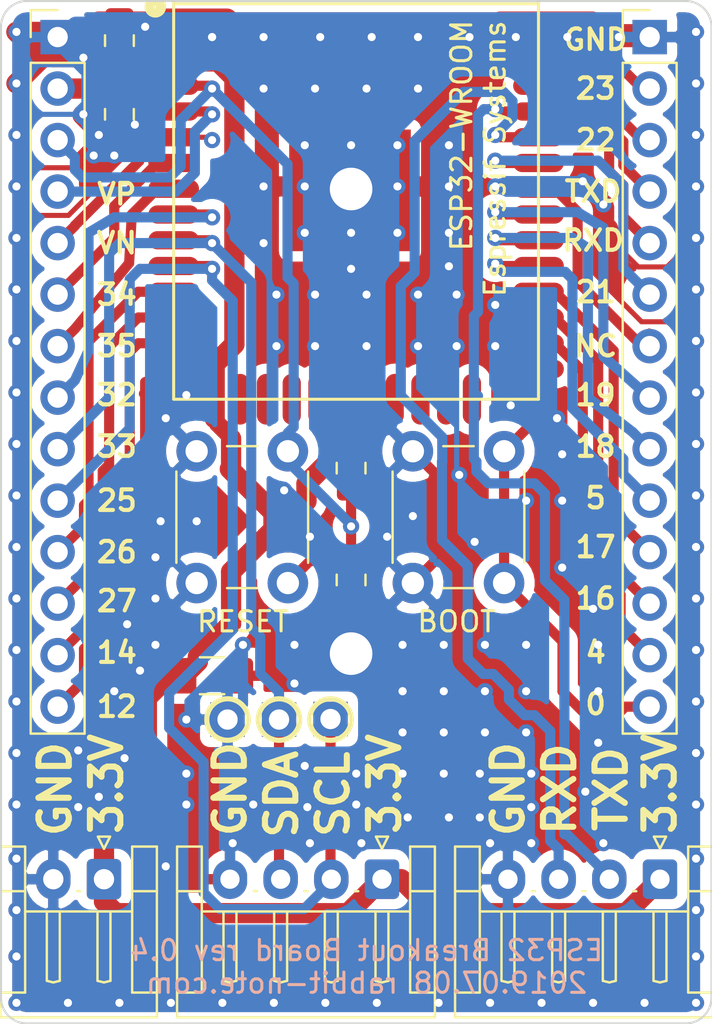
<source format=kicad_pcb>
(kicad_pcb (version 20171130) (host pcbnew "(5.1.2)-1")
  (title_block (date 2019-06-01))
  (layers (0 F.Cu signal hide) (31 B.Cu signal hide) (34 B.Paste user) (35 F.Paste user) (36 B.SilkS user) (37 F.SilkS user) (38 B.Mask user) (39 F.Mask user) (44 Edge.Cuts user))
  (net 0 "")
  (net 1 +3V3)
  (net 2 GND)
  (net 3 "Net-(C4-Pad1)")
  (net 4 "Net-(J1-Pad13)")
  (net 5 "Net-(J1-Pad12)")
  (net 6 "Net-(J1-Pad11)")
  (net 7 "Net-(J1-Pad10)")
  (net 8 "Net-(J1-Pad9)")
  (net 9 "Net-(J1-Pad8)")
  (net 10 "Net-(J1-Pad7)")
  (net 11 "Net-(J1-Pad6)")
  (net 12 "Net-(J1-Pad5)")
  (net 13 "Net-(J1-Pad4)")
  (net 14 "Net-(J2-Pad2)")
  (net 15 "Net-(J2-Pad3)")
  (net 16 "Net-(J2-Pad4)")
  (net 17 "Net-(J2-Pad5)")
  (net 18 "Net-(J2-Pad6)")
  (net 19 "Net-(J2-Pad7)")
  (net 20 "Net-(J2-Pad8)")
  (net 21 "Net-(J2-Pad9)")
  (net 22 "Net-(J2-Pad10)")
  (net 23 "Net-(J2-Pad11)")
  (net 24 "Net-(J2-Pad12)")
  (net 25 "Net-(J2-Pad13)")
  (net 26 "Net-(U1-Pad24)")
  (net 27 "Net-(U1-Pad23)")
  (net 28 "Net-(U1-Pad22)")
  (net 29 "Net-(U1-Pad21)")
  (net 30 "Net-(U1-Pad20)")
  (net 31 "Net-(U1-Pad19)")
  (net 32 "Net-(U1-Pad18)")
  (net 33 "Net-(U1-Pad17)")
  (net 34 "Net-(U1-Pad16)")
  (net 35 "Net-(U1-Pad15)")
  (net 36 "Net-(J2-Pad14)")
  (net 37 "Net-(J1-Pad14)")
  (module Capacitor_SMD:C_0805_2012Metric_Pad1.15x1.40mm_HandSolder (layer F.Cu) (at 152.654 95.4255 90)
    (fp_text reference C2)
    (fp_text value 0.1u)
    (pad 2 smd roundrect (at 1.025 0 90) (size 1.15 1.4) (layers F.Cu F.Paste F.Mask) (roundrect_rratio 0.217391) (net 2 GND))
    (pad 1 smd roundrect (at -1.025 0 90) (size 1.15 1.4) (layers F.Cu F.Paste F.Mask) (roundrect_rratio 0.217391) (net 1 +3V3))
  )
  (module Capacitor_SMD:C_0805_2012Metric_Pad1.15x1.40mm_HandSolder (layer F.Cu) (at 152.654 99.06 270)
    (fp_text reference C1)
    (fp_text value 10u)
    (pad 2 smd roundrect (at 1.025 0 270) (size 1.15 1.4) (layers F.Cu F.Paste F.Mask) (roundrect_rratio 0.217391) (net 2 GND))
    (pad 1 smd roundrect (at -1.025 0 270) (size 1.15 1.4) (layers F.Cu F.Paste F.Mask) (roundrect_rratio 0.217391) (net 1 +3V3))
  )
  (module Capacitor_SMD:C_0805_2012Metric_Pad1.15x1.40mm_HandSolder (layer F.Cu) (at 164.084 122.0216 270)
    (fp_text reference C4)
    (fp_text value 0.1u)
    (pad 2 smd roundrect (at 1.025 0 270) (size 1.15 1.4) (layers F.Cu F.Paste F.Mask) (roundrect_rratio 0.217391) (net 2 GND))
    (pad 1 smd roundrect (at -1.025 0 270) (size 1.15 1.4) (layers F.Cu F.Paste F.Mask) (roundrect_rratio 0.217391) (net 3 "Net-(C4-Pad1)"))
  )
  (module Resistor_SMD:R_0805_2012Metric_Pad1.15x1.40mm_HandSolder (layer F.Cu) (at 164.084 116.5075 270)
    (fp_text reference R1)
    (fp_text value 10k)
    (pad 2 smd roundrect (at 1.025 0 270) (size 1.15 1.4) (layers F.Cu F.Paste F.Mask) (roundrect_rratio 0.217391) (net 3 "Net-(C4-Pad1)"))
    (pad 1 smd roundrect (at -1.025 0 270) (size 1.15 1.4) (layers F.Cu F.Paste F.Mask) (roundrect_rratio 0.217391) (net 1 +3V3))
  )
  (module Connector_PinHeader_2.54mm:PinHeader_1x01_P2.54mm_Vertical (layer F.Cu) (at 163.068 128.8796 90)
    (fp_text reference REF**)
    (fp_text value PinHeader_1x01_P2.54mm_Vertical)
    (pad 1 thru_hole rect (at 0 0 90) (size 1.7 1.7) (drill 1) (layers *.Cu *.Mask) (net 7 "Net-(J1-Pad10)"))
  )
  (module Connector_PinHeader_2.54mm:PinHeader_1x01_P2.54mm_Vertical (layer F.Cu) (at 160.528 128.905 90)
    (fp_text reference REF**)
    (fp_text value PinHeader_1x01_P2.54mm_Vertical)
    (pad 1 thru_hole rect (at 0 0 90) (size 1.7 1.7) (drill 1) (layers *.Cu *.Mask) (net 8 "Net-(J1-Pad9)"))
  )
  (module Connector_PinHeader_2.54mm:PinHeader_1x01_P2.54mm_Vertical (layer F.Cu) (at 157.988 128.905 90)
    (fp_text reference REF**)
    (fp_text value PinHeader_1x01_P2.54mm_Vertical)
    (pad 1 thru_hole rect (at 0 0 90) (size 1.7 1.7) (drill 1) (layers *.Cu *.Mask) (net 2 GND))
  )
  (module Capacitor_SMD:C_1206_3216Metric (layer F.Cu) (at 157.226 126.746)
    (fp_text reference C3)
    (fp_text value 47u)
    (pad 1 smd roundrect (at -1.4 0) (size 1.25 1.75) (layers F.Cu F.Paste F.Mask) (roundrect_rratio 0.2) (net 1 +3V3))
    (pad 2 smd roundrect (at 1.4 0) (size 1.25 1.75) (layers F.Cu F.Paste F.Mask) (roundrect_rratio 0.2) (net 2 GND))
  )
  (module Connector_PinHeader_2.54mm:PinHeader_1x14_P2.54mm_Vertical (layer F.Cu) (at 149.606 95.25)
    (fp_text reference J1)
    (fp_text value Conn_01x14)
    (pad 14 thru_hole oval (at 0 33.02) (size 1.7 1.7) (drill 1) (layers *.Cu *.Mask) (net 37 "Net-(J1-Pad14)"))
    (pad 13 thru_hole oval (at 0 30.48) (size 1.7 1.7) (drill 1) (layers *.Cu *.Mask) (net 4 "Net-(J1-Pad13)"))
    (pad 12 thru_hole oval (at 0 27.94) (size 1.7 1.7) (drill 1) (layers *.Cu *.Mask) (net 5 "Net-(J1-Pad12)"))
    (pad 11 thru_hole oval (at 0 25.4) (size 1.7 1.7) (drill 1) (layers *.Cu *.Mask) (net 6 "Net-(J1-Pad11)"))
    (pad 10 thru_hole oval (at 0 22.86) (size 1.7 1.7) (drill 1) (layers *.Cu *.Mask) (net 7 "Net-(J1-Pad10)"))
    (pad 9 thru_hole oval (at 0 20.32) (size 1.7 1.7) (drill 1) (layers *.Cu *.Mask) (net 8 "Net-(J1-Pad9)"))
    (pad 8 thru_hole oval (at 0 17.78) (size 1.7 1.7) (drill 1) (layers *.Cu *.Mask) (net 9 "Net-(J1-Pad8)"))
    (pad 7 thru_hole oval (at 0 15.24) (size 1.7 1.7) (drill 1) (layers *.Cu *.Mask) (net 10 "Net-(J1-Pad7)"))
    (pad 6 thru_hole oval (at 0 12.7) (size 1.7 1.7) (drill 1) (layers *.Cu *.Mask) (net 11 "Net-(J1-Pad6)"))
    (pad 5 thru_hole oval (at 0 10.16) (size 1.7 1.7) (drill 1) (layers *.Cu *.Mask) (net 12 "Net-(J1-Pad5)"))
    (pad 4 thru_hole oval (at 0 7.62) (size 1.7 1.7) (drill 1) (layers *.Cu *.Mask) (net 13 "Net-(J1-Pad4)"))
    (pad 3 thru_hole oval (at 0 5.08) (size 1.7 1.7) (drill 1) (layers *.Cu *.Mask) (net 3 "Net-(C4-Pad1)"))
    (pad 2 thru_hole oval (at 0 2.54) (size 1.7 1.7) (drill 1) (layers *.Cu *.Mask) (net 1 +3V3))
    (pad 1 thru_hole rect (at 0 0) (size 1.7 1.7) (drill 1) (layers *.Cu *.Mask) (net 2 GND))
  )
  (module Connector_PinHeader_2.54mm:PinHeader_1x14_P2.54mm_Vertical (layer F.Cu) (at 178.816 95.25)
    (fp_text reference J2)
    (fp_text value Conn_01x14)
    (pad 14 thru_hole oval (at 0 33.02) (size 1.7 1.7) (drill 1) (layers *.Cu *.Mask) (net 36 "Net-(J2-Pad14)"))
    (pad 13 thru_hole oval (at 0 30.48) (size 1.7 1.7) (drill 1) (layers *.Cu *.Mask) (net 25 "Net-(J2-Pad13)"))
    (pad 12 thru_hole oval (at 0 27.94) (size 1.7 1.7) (drill 1) (layers *.Cu *.Mask) (net 24 "Net-(J2-Pad12)"))
    (pad 11 thru_hole oval (at 0 25.4) (size 1.7 1.7) (drill 1) (layers *.Cu *.Mask) (net 23 "Net-(J2-Pad11)"))
    (pad 10 thru_hole oval (at 0 22.86) (size 1.7 1.7) (drill 1) (layers *.Cu *.Mask) (net 22 "Net-(J2-Pad10)"))
    (pad 9 thru_hole oval (at 0 20.32) (size 1.7 1.7) (drill 1) (layers *.Cu *.Mask) (net 21 "Net-(J2-Pad9)"))
    (pad 8 thru_hole oval (at 0 17.78) (size 1.7 1.7) (drill 1) (layers *.Cu *.Mask) (net 20 "Net-(J2-Pad8)"))
    (pad 7 thru_hole oval (at 0 15.24) (size 1.7 1.7) (drill 1) (layers *.Cu *.Mask) (net 19 "Net-(J2-Pad7)"))
    (pad 6 thru_hole oval (at 0 12.7) (size 1.7 1.7) (drill 1) (layers *.Cu *.Mask) (net 18 "Net-(J2-Pad6)"))
    (pad 5 thru_hole oval (at 0 10.16) (size 1.7 1.7) (drill 1) (layers *.Cu *.Mask) (net 17 "Net-(J2-Pad5)"))
    (pad 4 thru_hole oval (at 0 7.62) (size 1.7 1.7) (drill 1) (layers *.Cu *.Mask) (net 16 "Net-(J2-Pad4)"))
    (pad 3 thru_hole oval (at 0 5.08) (size 1.7 1.7) (drill 1) (layers *.Cu *.Mask) (net 15 "Net-(J2-Pad3)"))
    (pad 2 thru_hole oval (at 0 2.54) (size 1.7 1.7) (drill 1) (layers *.Cu *.Mask) (net 14 "Net-(J2-Pad2)"))
    (pad 1 thru_hole rect (at 0 0) (size 1.7 1.7) (drill 1) (layers *.Cu *.Mask) (net 2 GND))
  )
  (module ESP32:ESP32-WROOM (layer F.Cu) (at 164.33 100.36 180)
    (fp_text reference U1)
    (fp_text value ESP32-WROOM)
    (fp_text user "Espressif Systems" (at -6.858 -0.889 90) (layer F.SilkS))
    (fp_text user ESP32-WROOM (at -5.207 0.254 90) (layer F.SilkS))
    (pad 38 smd oval (at -9 5.25 180) (size 2.5 0.9) (layers F.Cu F.Paste F.Mask) (net 2 GND))
    (pad 37 smd oval (at -9 3.98 180) (size 2.5 0.9) (layers F.Cu F.Paste F.Mask) (net 14 "Net-(J2-Pad2)"))
    (pad 36 smd oval (at -9 2.71 180) (size 2.5 0.9) (layers F.Cu F.Paste F.Mask) (net 15 "Net-(J2-Pad3)"))
    (pad 35 smd oval (at -9 1.44 180) (size 2.5 0.9) (layers F.Cu F.Paste F.Mask) (net 16 "Net-(J2-Pad4)"))
    (pad 34 smd oval (at -9 0.17 180) (size 2.5 0.9) (layers F.Cu F.Paste F.Mask) (net 17 "Net-(J2-Pad5)"))
    (pad 33 smd oval (at -9 -1.1 180) (size 2.5 0.9) (layers F.Cu F.Paste F.Mask) (net 18 "Net-(J2-Pad6)"))
    (pad 32 smd oval (at -9 -2.37 180) (size 2.5 0.9) (layers F.Cu F.Paste F.Mask) (net 19 "Net-(J2-Pad7)"))
    (pad 31 smd oval (at -9 -3.64 180) (size 2.5 0.9) (layers F.Cu F.Paste F.Mask) (net 20 "Net-(J2-Pad8)"))
    (pad 30 smd oval (at -9 -4.91 180) (size 2.5 0.9) (layers F.Cu F.Paste F.Mask) (net 21 "Net-(J2-Pad9)"))
    (pad 29 smd oval (at -9 -6.18 180) (size 2.5 0.9) (layers F.Cu F.Paste F.Mask) (net 22 "Net-(J2-Pad10)"))
    (pad 28 smd oval (at -9 -7.45 180) (size 2.5 0.9) (layers F.Cu F.Paste F.Mask) (net 23 "Net-(J2-Pad11)"))
    (pad 27 smd oval (at -9 -8.72 180) (size 2.5 0.9) (layers F.Cu F.Paste F.Mask) (net 24 "Net-(J2-Pad12)"))
    (pad 26 smd oval (at -9 -9.99 180) (size 2.5 0.9) (layers F.Cu F.Paste F.Mask) (net 25 "Net-(J2-Pad13)"))
    (pad 25 smd oval (at -9 -11.26 180) (size 2.5 0.9) (layers F.Cu F.Paste F.Mask) (net 36 "Net-(J2-Pad14)"))
    (pad 24 smd oval (at -5.715 -12.75 180) (size 0.9 2.5) (layers F.Cu F.Paste F.Mask) (net 26 "Net-(U1-Pad24)"))
    (pad 23 smd oval (at -4.445 -12.75 180) (size 0.9 2.5) (layers F.Cu F.Paste F.Mask) (net 27 "Net-(U1-Pad23)"))
    (pad 22 smd oval (at -3.175 -12.75 180) (size 0.9 2.5) (layers F.Cu F.Paste F.Mask) (net 28 "Net-(U1-Pad22)"))
    (pad 21 smd oval (at -1.905 -12.75 180) (size 0.9 2.5) (layers F.Cu F.Paste F.Mask) (net 29 "Net-(U1-Pad21)"))
    (pad 20 smd oval (at -0.635 -12.75 180) (size 0.9 2.5) (layers F.Cu F.Paste F.Mask) (net 30 "Net-(U1-Pad20)"))
    (pad 19 smd oval (at 0.635 -12.75 180) (size 0.9 2.5) (layers F.Cu F.Paste F.Mask) (net 31 "Net-(U1-Pad19)"))
    (pad 18 smd oval (at 1.905 -12.75 180) (size 0.9 2.5) (layers F.Cu F.Paste F.Mask) (net 32 "Net-(U1-Pad18)"))
    (pad 17 smd oval (at 3.175 -12.75 180) (size 0.9 2.5) (layers F.Cu F.Paste F.Mask) (net 33 "Net-(U1-Pad17)"))
    (pad 16 smd oval (at 4.445 -12.75 180) (size 0.9 2.5) (layers F.Cu F.Paste F.Mask) (net 34 "Net-(U1-Pad16)"))
    (pad 15 smd oval (at 5.715 -12.75 180) (size 0.9 2.5) (layers F.Cu F.Paste F.Mask) (net 35 "Net-(U1-Pad15)"))
    (pad 14 smd oval (at 9 -11.26 180) (size 2.5 0.9) (layers F.Cu F.Paste F.Mask) (net 37 "Net-(J1-Pad14)"))
    (pad 13 smd oval (at 9 -9.99 180) (size 2.5 0.9) (layers F.Cu F.Paste F.Mask) (net 4 "Net-(J1-Pad13)"))
    (pad 12 smd oval (at 9 -8.72 180) (size 2.5 0.9) (layers F.Cu F.Paste F.Mask) (net 5 "Net-(J1-Pad12)"))
    (pad 11 smd oval (at 9 -7.45 180) (size 2.5 0.9) (layers F.Cu F.Paste F.Mask) (net 6 "Net-(J1-Pad11)"))
    (pad 10 smd oval (at 9 -6.18 180) (size 2.5 0.9) (layers F.Cu F.Paste F.Mask) (net 7 "Net-(J1-Pad10)"))
    (pad 9 smd oval (at 9 -4.91 180) (size 2.5 0.9) (layers F.Cu F.Paste F.Mask) (net 8 "Net-(J1-Pad9)"))
    (pad 8 smd oval (at 9 -3.64 180) (size 2.5 0.9) (layers F.Cu F.Paste F.Mask) (net 9 "Net-(J1-Pad8)"))
    (pad 7 smd oval (at 9 -2.37 180) (size 2.5 0.9) (layers F.Cu F.Paste F.Mask) (net 10 "Net-(J1-Pad7)"))
    (pad 6 smd oval (at 9 -1.1 180) (size 2.5 0.9) (layers F.Cu F.Paste F.Mask) (net 11 "Net-(J1-Pad6)"))
    (pad 5 smd oval (at 9 0.17 180) (size 2.5 0.9) (layers F.Cu F.Paste F.Mask) (net 12 "Net-(J1-Pad5)"))
    (pad 4 smd oval (at 9 1.44 180) (size 2.5 0.9) (layers F.Cu F.Paste F.Mask) (net 13 "Net-(J1-Pad4)"))
    (pad 3 smd oval (at 9 2.71 180) (size 2.5 0.9) (layers F.Cu F.Paste F.Mask) (net 3 "Net-(C4-Pad1)"))
    (pad 2 smd oval (at 9 3.98 180) (size 2.5 0.9) (layers F.Cu F.Paste F.Mask) (net 1 +3V3))
    (pad 1 smd oval (at 9 5.25 180) (size 2.5 0.9) (layers F.Cu F.Paste F.Mask) (net 2 GND))
    (pad 39 smd rect (at 0.3 -2.45 180) (size 6 6) (layers F.Cu F.Paste F.Mask) (net 2 GND))
  )
  (module Button_Switch_THT:SW_PUSH_6mm_H4.3mm (layer F.Cu) (at 156.464 122.174 90)
    (fp_text reference SW1)
    (fp_text value RESET (at -1.905 2.286 180) (layer F.SilkS))
    (pad 2 thru_hole circle (at 0 4.5 180) (size 2 2) (drill 1.1) (layers *.Cu *.Mask) (net 3 "Net-(C4-Pad1)"))
    (pad 1 thru_hole circle (at 0 0 180) (size 2 2) (drill 1.1) (layers *.Cu *.Mask) (net 2 GND))
    (pad 2 thru_hole circle (at 6.5 4.5 180) (size 2 2) (drill 1.1) (layers *.Cu *.Mask) (net 3 "Net-(C4-Pad1)"))
    (pad 1 thru_hole circle (at 6.5 0 180) (size 2 2) (drill 1.1) (layers *.Cu *.Mask) (net 2 GND))
  )
  (module Button_Switch_THT:SW_PUSH_6mm_H4.3mm (layer F.Cu) (at 167.132 122.174 90)
    (fp_text reference SW2)
    (fp_text value BOOT (at -1.905 2.159 180) (layer F.SilkS))
    (pad 1 thru_hole circle (at 6.5 0 180) (size 2 2) (drill 1.1) (layers *.Cu *.Mask) (net 2 GND))
    (pad 2 thru_hole circle (at 6.5 4.5 180) (size 2 2) (drill 1.1) (layers *.Cu *.Mask) (net 36 "Net-(J2-Pad14)"))
    (pad 1 thru_hole circle (at 0 0 180) (size 2 2) (drill 1.1) (layers *.Cu *.Mask) (net 2 GND))
    (pad 2 thru_hole circle (at 0 4.5 180) (size 2 2) (drill 1.1) (layers *.Cu *.Mask) (net 36 "Net-(J2-Pad14)"))
  )
  (module Connector_JST:JST_EH_S2B-EH_1x02_P2.50mm_Horizontal (layer F.Cu) (at 151.892 136.779 180)
    (fp_text reference J3)
    (fp_text value Conn_01x02_Male)
    (pad 1 thru_hole roundrect (at 0 0 180) (size 1.7 2) (drill 1) (layers *.Cu *.Mask) (roundrect_rratio 0.147059) (net 1 +3V3))
    (pad 2 thru_hole oval (at 2.5 0 180) (size 1.7 2) (drill 1) (layers *.Cu *.Mask) (net 2 GND))
  )
  (module Connector_JST:JST_EH_S4B-EH_1x04_P2.50mm_Horizontal (layer F.Cu) (at 179.324 136.779 180)
    (fp_text reference J4)
    (fp_text value Conn_01x04_Male)
    (pad 1 thru_hole roundrect (at 0 0 180) (size 1.7 1.95) (drill 0.95) (layers *.Cu *.Mask) (roundrect_rratio 0.147059) (net 1 +3V3))
    (pad 2 thru_hole oval (at 2.5 0 180) (size 1.7 1.95) (drill 0.95) (layers *.Cu *.Mask) (net 16 "Net-(J2-Pad4)"))
    (pad 3 thru_hole oval (at 5 0 180) (size 1.7 1.95) (drill 0.95) (layers *.Cu *.Mask) (net 17 "Net-(J2-Pad5)"))
    (pad 4 thru_hole oval (at 7.5 0 180) (size 1.7 1.95) (drill 0.95) (layers *.Cu *.Mask) (net 2 GND))
  )
  (module Connector_JST:JST_EH_S4B-EH_1x04_P2.50mm_Horizontal (layer F.Cu) (at 165.608 136.779 180)
    (fp_text reference J5)
    (fp_text value Conn_01x04_Male)
    (pad 1 thru_hole roundrect (at 0 0 180) (size 1.7 1.95) (drill 0.95) (layers *.Cu *.Mask) (roundrect_rratio 0.147059) (net 1 +3V3))
    (pad 2 thru_hole oval (at 2.5 0 180) (size 1.7 1.95) (drill 0.95) (layers *.Cu *.Mask) (net 7 "Net-(J1-Pad10)"))
    (pad 3 thru_hole oval (at 5 0 180) (size 1.7 1.95) (drill 0.95) (layers *.Cu *.Mask) (net 8 "Net-(J1-Pad9)"))
    (pad 4 thru_hole oval (at 7.5 0 180) (size 1.7 1.95) (drill 0.95) (layers *.Cu *.Mask) (net 2 GND))
  )
  (gr_text 14 (at 152.527 125.603) (layer F.SilkS) (effects (font (size 1.016 1.016) (thickness 0.2032))))
  (gr_text 26 (at 152.527 120.65) (layer F.SilkS) (effects (font (size 1.016 1.016) (thickness 0.2032))))
  (gr_text 27 (at 152.527 123.063) (layer F.SilkS) (effects (font (size 1.016 1.016) (thickness 0.2032))))
  (gr_text 12 (at 152.527 128.27) (layer F.SilkS) (effects (font (size 1.016 1.016) (thickness 0.2032))))
  (gr_text 32 (at 152.527 112.903) (layer F.SilkS) (effects (font (size 1.016 1.016) (thickness 0.2032))))
  (gr_text VN (at 152.527 105.41) (layer F.SilkS) (effects (font (size 1.016 1.016) (thickness 0.2032))))
  (gr_text VP (at 152.527 102.997) (layer F.SilkS) (effects (font (size 1.016 1.016) (thickness 0.2032))))
  (gr_text 34 (at 152.527 107.95) (layer F.SilkS) (effects (font (size 1.016 1.016) (thickness 0.2032))))
  (gr_text 35 (at 152.527 110.49) (layer F.SilkS) (effects (font (size 1.016 1.016) (thickness 0.2032))))
  (gr_text 25 (at 152.527 118.11) (layer F.SilkS) (effects (font (size 1.016 1.016) (thickness 0.2032))))
  (gr_text 33 (at 152.527 115.443) (layer F.SilkS) (effects (font (size 1.016 1.016) (thickness 0.2032))))
  (gr_text 4 (at 176.149 125.603) (layer F.SilkS) (effects (font (size 1.016 1.016) (thickness 0.2032))))
  (gr_text 0 (at 176.149 128.143) (layer F.SilkS) (effects (font (size 1.016 1.016) (thickness 0.2032))))
  (gr_text 19 (at 176.149 112.903) (layer F.SilkS) (effects (font (size 1.016 1.016) (thickness 0.2032))))
  (gr_text NC (at 176.149 110.49) (layer F.SilkS) (effects (font (size 1.016 1.016) (thickness 0.2032))))
  (gr_text 16 (at 176.149 122.936) (layer F.SilkS) (effects (font (size 1.016 1.016) (thickness 0.2032))))
  (gr_text 17 (at 176.149 120.396) (layer F.SilkS) (effects (font (size 1.016 1.016) (thickness 0.2032))))
  (gr_text 5 (at 176.149 117.983) (layer F.SilkS) (effects (font (size 1.016 1.016) (thickness 0.2032))))
  (gr_text 18 (at 176.149 115.443) (layer F.SilkS) (effects (font (size 1.016 1.016) (thickness 0.2032))))
  (gr_text RXD (at 176.022 105.283) (layer F.SilkS) (effects (font (size 1.016 1.016) (thickness 0.2032))))
  (gr_text TXD (at 176.022 102.87) (layer F.SilkS) (effects (font (size 1.016 1.016) (thickness 0.2032))))
  (gr_text 21 (at 176.149 107.823) (layer F.SilkS) (effects (font (size 1.016 1.016) (thickness 0.2032))))
  (gr_text 22 (at 176.149 100.33) (layer F.SilkS) (effects (font (size 1.016 1.016) (thickness 0.2032))))
  (gr_text 23 (at 176.149 97.79) (layer F.SilkS) (effects (font (size 1.016 1.016) (thickness 0.2032))))
  (gr_text GND (at 176.149 95.377) (layer F.SilkS) (effects (font (size 1.016 1.016) (thickness 0.2032))))
  (gr_arc (start 180.594 94.742) (end 181.864 94.742) (angle -90) (layer Edge.Cuts) (width 0.1))
  (gr_arc (start 180.594 142.621) (end 180.594 143.891) (angle -90) (layer Edge.Cuts) (width 0.1))
  (gr_arc (start 148.082 142.621) (end 146.812 142.621) (angle -90) (layer Edge.Cuts) (width 0.1))
  (gr_arc (start 148.082 94.742) (end 148.082 93.472) (angle -90) (layer Edge.Cuts) (width 0.1))
  (gr_circle (center 157.988 128.905) (end 159.004 129.032) (layer F.SilkS) (width 0.254))
  (gr_circle (center 160.528 128.905) (end 161.544 129.032) (layer F.SilkS) (width 0.254))
  (gr_circle (center 163.068 128.905) (end 164.084 129.032) (layer F.SilkS) (width 0.254))
  (gr_text "ESP32 Breakout Board rev 0.4\n2019.07.08 rabbit-note.com" (at 164.846 141.097) (layer B.SilkS) (effects (font (size 1 1)) (justify mirror)))
  (gr_text SDA (at 160.655 132.588 90) (layer F.SilkS) (effects (font (size 1.5 1.5) (thickness 0.3))))
  (gr_text SCL (at 163.195 132.588 90) (layer F.SilkS) (effects (font (size 1.5 1.5) (thickness 0.3))))
  (gr_text RXD (at 174.371 132.334 90) (layer F.SilkS) (effects (font (size 1.5 1.5) (thickness 0.3))))
  (gr_text TXD (at 176.911 132.334 90) (layer F.SilkS) (effects (font (size 1.5 1.5) (thickness 0.3))))
  (gr_text GND (at 171.831 132.334 90) (layer F.SilkS) (effects (font (size 1.5 1.5) (thickness 0.3))))
  (gr_text 3.3V (at 179.324 132.08 90) (layer F.SilkS) (effects (font (size 1.5 1.5) (thickness 0.3))))
  (gr_text 3.3V (at 165.735 132.08 90) (layer F.SilkS) (effects (font (size 1.5 1.5) (thickness 0.3))))
  (gr_text GND (at 158.115 132.334 90) (layer F.SilkS) (effects (font (size 1.5 1.5) (thickness 0.3))))
  (gr_text 3.3V (at 152.019 132.08 90) (layer F.SilkS) (effects (font (size 1.5 1.5) (thickness 0.3))))
  (gr_text GND (at 149.479 132.334 90) (layer F.SilkS) (effects (font (size 1.5 1.5) (thickness 0.3))))
  (gr_line (start 181.864 94.742) (end 181.864 142.621) (layer Edge.Cuts) (width 0.1))
  (gr_line (start 148.082 93.472) (end 180.594 93.472) (layer Edge.Cuts) (width 0.1))
  (gr_line (start 146.812 142.621) (end 146.812 94.742) (layer Edge.Cuts) (width 0.1))
  (gr_line (start 180.594 143.891) (end 148.082 143.891) (layer Edge.Cuts) (width 0.1))
  (segment (start 155.313 96.363) (end 155.33 96.38) (width 1) (layer F.Cu) (net 1))
  (segment (start 152.654 96.363) (end 155.313 96.363) (width 1) (layer F.Cu) (net 1))
  (segment (start 151.227 97.79) (end 149.606 97.79) (width 1) (layer F.Cu) (net 1))
  (segment (start 152.654 96.363) (end 152.654 98.1225) (width 1) (layer F.Cu) (net 1))
  (segment (start 151.5595 98.1225) (end 152.654 98.1225) (width 1) (layer F.Cu) (net 1))
  (segment (start 151.227 97.79) (end 151.5595 98.1225) (width 1) (layer F.Cu) (net 1))
  (segment (start 158.326001 97.261999) (end 158.326001 110.405999) (width 1) (layer F.Cu) (net 1))
  (segment (start 157.514011 96.450009) (end 158.326001 97.261999) (width 1) (layer F.Cu) (net 1))
  (segment (start 155.400009 96.450009) (end 157.514011 96.450009) (width 1) (layer F.Cu) (net 1))
  (segment (start 155.33 96.38) (end 155.400009 96.450009) (width 1) (layer F.Cu) (net 1))
  (segment (start 151.892 135.679) (end 151.892 136.779) (width 1) (layer F.Cu) (net 1))
  (segment (start 151.892 134.896998) (end 151.892 135.679) (width 1) (layer F.Cu) (net 1))
  (segment (start 164.709628 137.677372) (end 165.608 136.779) (width 1) (layer F.Cu) (net 1))
  (segment (start 163.93299 138.45401) (end 164.709628 137.677372) (width 1) (layer F.Cu) (net 1))
  (segment (start 152.46701 138.45401) (end 163.93299 138.45401) (width 1) (layer F.Cu) (net 1))
  (segment (start 151.892 137.879) (end 152.46701 138.45401) (width 1) (layer F.Cu) (net 1))
  (segment (start 151.892 136.779) (end 151.892 137.879) (width 1) (layer F.Cu) (net 1))
  (segment (start 163.527763 116.126237) (end 163.368083 116.126237) (width 1) (layer F.Cu) (net 1))
  (segment (start 164.084 115.57) (end 163.527763 116.126237) (width 1) (layer F.Cu) (net 1))
  (segment (start 178.425628 137.677372) (end 179.324 136.779) (width 1) (layer F.Cu) (net 1))
  (segment (start 177.64899 138.45401) (end 178.425628 137.677372) (width 1) (layer F.Cu) (net 1))
  (segment (start 168.23301 138.45401) (end 177.64899 138.45401) (width 1) (layer F.Cu) (net 1))
  (segment (start 166.558 136.779) (end 168.23301 138.45401) (width 1) (layer F.Cu) (net 1))
  (segment (start 165.608 136.779) (end 166.558 136.779) (width 1) (layer F.Cu) (net 1))
  (segment (start 157.353 111.379) (end 157.353 114.046998) (width 1) (layer F.Cu) (net 1))
  (segment (start 158.326001 110.405999) (end 157.353 111.379) (width 1) (layer F.Cu) (net 1))
  (segment (start 157.353 114.416998) (end 157.988 115.051998) (width 0.5) (layer F.Cu) (net 1))
  (segment (start 157.353 114.046998) (end 157.353 114.416998) (width 0.5) (layer F.Cu) (net 1))
  (segment (start 158.103 116.551002) (end 158.164001 116.490001) (width 1) (layer F.Cu) (net 1))
  (segment (start 163.39651 116.25749) (end 162.896512 116.25749) (width 1) (layer F.Cu) (net 1))
  (segment (start 163.527763 116.126237) (end 163.39651 116.25749) (width 1) (layer F.Cu) (net 1))
  (segment (start 160.253999 118.702001) (end 158.103 116.551002) (width 1) (layer F.Cu) (net 1))
  (segment (start 162.896512 116.25749) (end 161.882001 117.272001) (width 1) (layer F.Cu) (net 1))
  (segment (start 158.164001 116.490001) (end 158.164001 115.051998) (width 1) (layer F.Cu) (net 1))
  (segment (start 161.882001 117.272001) (end 161.882001 118.130001) (width 1) (layer F.Cu) (net 1))
  (segment (start 161.882001 118.130001) (end 161.310001 118.702001) (width 1) (layer F.Cu) (net 1))
  (segment (start 161.310001 118.702001) (end 160.253999 118.702001) (width 1) (layer F.Cu) (net 1))
  (segment (start 160.253999 119.527001) (end 158.164001 121.616999) (width 1) (layer F.Cu) (net 1))
  (segment (start 160.253999 118.702001) (end 160.253999 119.527001) (width 1) (layer F.Cu) (net 1))
  (segment (start 158.164001 114.731807) (end 158.164001 115.051998) (width 0.5) (layer F.Cu) (net 1))
  (segment (start 157.479192 114.046998) (end 158.164001 114.731807) (width 0.5) (layer F.Cu) (net 1))
  (segment (start 157.353 114.046998) (end 157.479192 114.046998) (width 0.5) (layer F.Cu) (net 1))
  (segment (start 156.52171 126.05029) (end 155.826 126.746) (width 1) (layer F.Cu) (net 1))
  (segment (start 156.52171 125.822288) (end 156.52171 126.05029) (width 1) (layer F.Cu) (net 1))
  (segment (start 158.164001 124.179997) (end 156.52171 125.822288) (width 1) (layer F.Cu) (net 1))
  (segment (start 158.164001 121.616999) (end 158.164001 124.179997) (width 1) (layer F.Cu) (net 1))
  (segment (start 154.008001 132.780997) (end 151.892 134.896998) (width 1) (layer F.Cu) (net 1))
  (segment (start 154.008001 127.838999) (end 154.008001 132.780997) (width 1) (layer F.Cu) (net 1))
  (segment (start 155.101 126.746) (end 154.008001 127.838999) (width 1) (layer F.Cu) (net 1))
  (segment (start 155.826 126.746) (end 155.101 126.746) (width 1) (layer F.Cu) (net 1))
  (via (at 164.084 125.6538) (size 2.2) (drill 2.1) (layers F.Cu B.Cu) (net 2))
  (via (at 168.656 131.572) (size 0.8) (drill 0.4) (layers F.Cu B.Cu) (net 2))
  (via (at 164.084 102.743) (size 2.2) (drill 2.1) (layers F.Cu B.Cu) (net 2))
  (via (at 166.37 100.584) (size 0.8) (drill 0.4) (layers F.Cu B.Cu) (net 2))
  (via (at 166.37 102.616) (size 0.8) (drill 0.4) (layers F.Cu B.Cu) (net 2))
  (via (at 164.846 107.95) (size 0.8) (drill 0.4) (layers F.Cu B.Cu) (net 2))
  (via (at 166.37 104.902) (size 0.8) (drill 0.4) (layers F.Cu B.Cu) (net 2))
  (via (at 164.846 110.49) (size 0.8) (drill 0.4) (layers F.Cu B.Cu) (net 2))
  (via (at 153.924 94.742) (size 0.8) (drill 0.4) (layers F.Cu B.Cu) (net 2))
  (via (at 167.386 107.95) (size 0.8) (drill 0.4) (layers F.Cu B.Cu) (net 2))
  (via (at 162.306 107.95) (size 0.8) (drill 0.4) (layers F.Cu B.Cu) (net 2))
  (via (at 159.766 95.25) (size 0.8) (drill 0.4) (layers F.Cu B.Cu) (net 2))
  (via (at 167.386 95.25) (size 0.8) (drill 0.4) (layers F.Cu B.Cu) (net 2))
  (via (at 169.926 95.25) (size 0.8) (drill 0.4) (layers F.Cu B.Cu) (net 2))
  (via (at 167.386 110.49) (size 0.8) (drill 0.4) (layers F.Cu B.Cu) (net 2))
  (via (at 162.306 110.49) (size 0.8) (drill 0.4) (layers F.Cu B.Cu) (net 2))
  (via (at 159.766 97.79) (size 0.8) (drill 0.4) (layers F.Cu B.Cu) (net 2))
  (via (at 162.306 97.79) (size 0.8) (drill 0.4) (layers F.Cu B.Cu) (net 2))
  (via (at 164.846 97.79) (size 0.8) (drill 0.4) (layers F.Cu B.Cu) (net 2))
  (via (at 167.386 97.79) (size 0.8) (drill 0.4) (layers F.Cu B.Cu) (net 2))
  (via (at 174.498 115.824) (size 0.8) (drill 0.4) (layers F.Cu B.Cu) (net 2))
  (via (at 174.498 118.11) (size 0.8) (drill 0.4) (layers F.Cu B.Cu) (net 2))
  (via (at 171.958 113.411) (size 0.8) (drill 0.4) (layers F.Cu B.Cu) (net 2))
  (via (at 171.196 108.458) (size 0.8) (drill 0.4) (layers F.Cu B.Cu) (net 2))
  (via (at 171.196 110.49) (size 0.8) (drill 0.4) (layers F.Cu B.Cu) (net 2))
  (via (at 174.498 121.412) (size 0.8) (drill 0.4) (layers F.Cu B.Cu) (net 2))
  (via (at 159.766 102.616) (size 0.8) (drill 0.4) (layers F.Cu B.Cu) (net 2))
  (via (at 159.766 105.41) (size 0.8) (drill 0.4) (layers F.Cu B.Cu) (net 2))
  (via (at 160.401 107.95) (size 0.8) (drill 0.4) (layers F.Cu B.Cu) (net 2))
  (via (at 160.401 110.49) (size 0.8) (drill 0.4) (layers F.Cu B.Cu) (net 2))
  (via (at 181.102 94.996) (size 0.8) (drill 0.4) (layers F.Cu B.Cu) (net 2))
  (via (at 147.574 94.996) (size 0.8) (drill 0.4) (layers F.Cu B.Cu) (net 2))
  (via (at 181.102 97.536) (size 0.8) (drill 0.4) (layers F.Cu B.Cu) (net 2))
  (via (at 147.574 97.536) (size 0.8) (drill 0.4) (layers F.Cu B.Cu) (net 2))
  (via (at 181.102 100.076) (size 0.8) (drill 0.4) (layers F.Cu B.Cu) (net 2))
  (via (at 147.574 100.076) (size 0.8) (drill 0.4) (layers F.Cu B.Cu) (net 2))
  (via (at 181.102 102.616) (size 0.8) (drill 0.4) (layers F.Cu B.Cu) (net 2))
  (via (at 147.574 102.616) (size 0.8) (drill 0.4) (layers F.Cu B.Cu) (net 2))
  (via (at 181.102 105.156) (size 0.8) (drill 0.4) (layers F.Cu B.Cu) (net 2))
  (via (at 147.574 105.156) (size 0.8) (drill 0.4) (layers F.Cu B.Cu) (net 2))
  (via (at 181.102 107.696) (size 0.8) (drill 0.4) (layers F.Cu B.Cu) (net 2))
  (via (at 147.574 107.696) (size 0.8) (drill 0.4) (layers F.Cu B.Cu) (net 2))
  (via (at 181.102 110.236) (size 0.8) (drill 0.4) (layers F.Cu B.Cu) (net 2))
  (via (at 147.574 110.236) (size 0.8) (drill 0.4) (layers F.Cu B.Cu) (net 2))
  (via (at 181.102 112.776) (size 0.8) (drill 0.4) (layers F.Cu B.Cu) (net 2))
  (via (at 147.574 112.776) (size 0.8) (drill 0.4) (layers F.Cu B.Cu) (net 2))
  (via (at 181.102 115.316) (size 0.8) (drill 0.4) (layers F.Cu B.Cu) (net 2))
  (via (at 147.574 115.316) (size 0.8) (drill 0.4) (layers F.Cu B.Cu) (net 2))
  (via (at 181.102 117.856) (size 0.8) (drill 0.4) (layers F.Cu B.Cu) (net 2))
  (via (at 147.574 117.856) (size 0.8) (drill 0.4) (layers F.Cu B.Cu) (net 2))
  (via (at 181.102 120.396) (size 0.8) (drill 0.4) (layers F.Cu B.Cu) (net 2))
  (via (at 147.574 120.396) (size 0.8) (drill 0.4) (layers F.Cu B.Cu) (net 2))
  (via (at 181.102 122.936) (size 0.8) (drill 0.4) (layers F.Cu B.Cu) (net 2))
  (via (at 147.574 122.936) (size 0.8) (drill 0.4) (layers F.Cu B.Cu) (net 2))
  (via (at 181.102 125.476) (size 0.8) (drill 0.4) (layers F.Cu B.Cu) (net 2))
  (via (at 147.574 125.476) (size 0.8) (drill 0.4) (layers F.Cu B.Cu) (net 2))
  (via (at 181.102 128.016) (size 0.8) (drill 0.4) (layers F.Cu B.Cu) (net 2))
  (via (at 147.574 128.016) (size 0.8) (drill 0.4) (layers F.Cu B.Cu) (net 2))
  (via (at 181.102 130.556) (size 0.8) (drill 0.4) (layers F.Cu B.Cu) (net 2))
  (via (at 147.574 130.556) (size 0.8) (drill 0.4) (layers F.Cu B.Cu) (net 2))
  (via (at 181.102 135.763) (size 0.8) (drill 0.4) (layers F.Cu B.Cu) (net 2))
  (via (at 147.574 135.763) (size 0.8) (drill 0.4) (layers F.Cu B.Cu) (net 2))
  (via (at 147.574 138.303) (size 0.8) (drill 0.4) (layers F.Cu B.Cu) (net 2))
  (via (at 168.402 142.875) (size 0.8) (drill 0.4) (layers F.Cu B.Cu) (net 2))
  (via (at 170.942 142.875) (size 0.8) (drill 0.4) (layers F.Cu B.Cu) (net 2))
  (via (at 173.482 142.875) (size 0.8) (drill 0.4) (layers F.Cu B.Cu) (net 2))
  (via (at 176.022 142.875) (size 0.8) (drill 0.4) (layers F.Cu B.Cu) (net 2))
  (via (at 178.562 142.875) (size 0.8) (drill 0.4) (layers F.Cu B.Cu) (net 2))
  (via (at 181.102 142.875) (size 0.8) (drill 0.4) (layers F.Cu B.Cu) (net 2))
  (via (at 147.574 142.875) (size 0.8) (drill 0.4) (layers F.Cu B.Cu) (net 2))
  (via (at 150.114 142.875) (size 0.8) (drill 0.4) (layers F.Cu B.Cu) (net 2))
  (via (at 152.654 142.875) (size 0.8) (drill 0.4) (layers F.Cu B.Cu) (net 2))
  (via (at 155.194 142.875) (size 0.8) (drill 0.4) (layers F.Cu B.Cu) (net 2))
  (via (at 157.734 142.875) (size 0.8) (drill 0.4) (layers F.Cu B.Cu) (net 2))
  (via (at 160.274 142.875) (size 0.8) (drill 0.4) (layers F.Cu B.Cu) (net 2))
  (via (at 162.814 142.875) (size 0.8) (drill 0.4) (layers F.Cu B.Cu) (net 2))
  (via (at 165.354 142.875) (size 0.8) (drill 0.4) (layers F.Cu B.Cu) (net 2))
  (via (at 172.212 95.25) (size 0.8) (drill 0.4) (layers F.Cu B.Cu) (net 2))
  (via (at 174.752 95.25) (size 0.8) (drill 0.4) (layers F.Cu B.Cu) (net 2))
  (via (at 177.292 95.25) (size 0.8) (drill 0.4) (layers F.Cu B.Cu) (net 2))
  (segment (start 177.025 95.11) (end 177.165 95.25) (width 1) (layer F.Cu) (net 2))
  (segment (start 173.33 95.11) (end 177.025 95.11) (width 1) (layer F.Cu) (net 2))
  (via (at 157.226 95.25) (size 0.8) (drill 0.4) (layers F.Cu B.Cu) (net 2))
  (segment (start 154.708 94.488) (end 155.33 95.11) (width 1) (layer F.Cu) (net 2))
  (segment (start 152.654 94.488) (end 154.708 94.488) (width 1) (layer F.Cu) (net 2))
  (segment (start 157.086 95.11) (end 157.226 95.25) (width 1) (layer F.Cu) (net 2))
  (segment (start 155.33 95.11) (end 157.086 95.11) (width 1) (layer F.Cu) (net 2))
  (via (at 157.226 95.25) (size 0.8) (drill 0.4) (layers F.Cu B.Cu) (net 2))
  (segment (start 152.654 99.9975) (end 152.3215 99.9975) (width 1) (layer F.Cu) (net 2))
  (segment (start 178.295 95.11) (end 178.435 95.25) (width 1) (layer F.Cu) (net 2))
  (segment (start 173.33 95.11) (end 178.295 95.11) (width 1) (layer F.Cu) (net 2))
  (segment (start 152.654 99.9975) (end 152.0675 99.9975) (width 1) (layer F.Cu) (net 2))
  (via (at 150.876 99.06) (size 0.8) (drill 0.4) (layers F.Cu B.Cu) (net 2))
  (segment (start 152.0675 99.9975) (end 151.384 99.314) (width 1) (layer F.Cu) (net 2))
  (segment (start 160.47 95.25) (end 164.03 98.81) (width 1) (layer F.Cu) (net 2))
  (segment (start 157.226 95.25) (end 160.47 95.25) (width 1) (layer F.Cu) (net 2))
  (segment (start 164.03 98.81) (end 164.03 102.81) (width 1) (layer F.Cu) (net 2))
  (segment (start 167.61001 95.22999) (end 164.03 98.81) (width 1) (layer F.Cu) (net 2))
  (segment (start 172.48601 95.22999) (end 167.61001 95.22999) (width 1) (layer F.Cu) (net 2))
  (segment (start 172.606 95.11) (end 172.48601 95.22999) (width 1) (layer F.Cu) (net 2))
  (segment (start 173.33 95.11) (end 172.606 95.11) (width 1) (layer F.Cu) (net 2))
  (segment (start 164.03 102.81) (end 164.03 102.81) (width 1) (layer F.Cu) (net 2))
  (via (at 147.574 133.096) (size 0.8) (drill 0.4) (layers F.Cu B.Cu) (net 2))
  (via (at 181.102 133.096) (size 0.8) (drill 0.4) (layers F.Cu B.Cu) (net 2))
  (via (at 158.242 135.001) (size 0.8) (drill 0.4) (layers F.Cu B.Cu) (net 2))
  (via (at 176.276 127.508) (size 0.8) (drill 0.4) (layers F.Cu B.Cu) (net 2))
  (via (at 176.53 135.001) (size 0.8) (drill 0.4) (layers F.Cu B.Cu) (net 2))
  (via (at 176.276 130.048) (size 0.8) (drill 0.4) (layers F.Cu B.Cu) (net 2))
  (via (at 175.641 132.461) (size 0.8) (drill 0.4) (layers F.Cu B.Cu) (net 2))
  (via (at 152.4 127.508) (size 0.8) (drill 0.4) (layers F.Cu B.Cu) (net 2))
  (via (at 170.434 131.572) (size 0.8) (drill 0.4) (layers F.Cu B.Cu) (net 2))
  (via (at 172.974 131.572) (size 0.8) (drill 0.4) (layers F.Cu B.Cu) (net 2))
  (via (at 166.624 129.54) (size 0.8) (drill 0.4) (layers F.Cu B.Cu) (net 2))
  (via (at 166.624 127.508) (size 0.8) (drill 0.4) (layers F.Cu B.Cu) (net 2))
  (via (at 170.688 129.54) (size 0.8) (drill 0.4) (layers F.Cu B.Cu) (net 2))
  (via (at 172.72 127.508) (size 0.8) (drill 0.4) (layers F.Cu B.Cu) (net 2))
  (via (at 168.656 129.54) (size 0.8) (drill 0.4) (layers F.Cu B.Cu) (net 2))
  (via (at 166.624 127.508) (size 0.8) (drill 0.4) (layers F.Cu B.Cu) (net 2))
  (via (at 166.878 133.731) (size 0.8) (drill 0.4) (layers F.Cu B.Cu) (net 2))
  (via (at 170.434 133.731) (size 0.8) (drill 0.4) (layers F.Cu B.Cu) (net 2))
  (via (at 168.91 133.731) (size 0.8) (drill 0.4) (layers F.Cu B.Cu) (net 2))
  (via (at 172.974 133.223) (size 0.8) (drill 0.4) (layers F.Cu B.Cu) (net 2))
  (via (at 165.1 95.25) (size 0.8) (drill 0.4) (layers F.Cu B.Cu) (net 2))
  (via (at 162.56 95.25) (size 0.8) (drill 0.4) (layers F.Cu B.Cu) (net 2))
  (via (at 151.638 132.715) (size 0.8) (drill 0.4) (layers F.Cu B.Cu) (net 2))
  (via (at 154.94 136.144) (size 0.8) (drill 0.4) (layers F.Cu B.Cu) (net 2))
  (via (at 155.956 128.905) (size 0.8) (drill 0.4) (layers F.Cu B.Cu) (net 2))
  (via (at 151.638 100.076) (size 0.8) (drill 0.4) (layers F.Cu B.Cu) (net 2))
  (via (at 153.416 99.568) (size 0.8) (drill 0.4) (layers F.Cu B.Cu) (net 2))
  (segment (start 151.275999 98.660001) (end 150.876 99.06) (width 1) (layer B.Cu) (net 2))
  (segment (start 151.275999 96.919999) (end 151.275999 98.660001) (width 1) (layer B.Cu) (net 2))
  (segment (start 149.606 95.25) (end 151.275999 96.919999) (width 1) (layer B.Cu) (net 2))
  (segment (start 151.8135 100.838) (end 152.654 99.9975) (width 1) (layer F.Cu) (net 2))
  (segment (start 151.384 100.838) (end 151.8135 100.838) (width 1) (layer F.Cu) (net 2))
  (segment (start 151.06244 99.32251) (end 150.837965 99.098035) (width 1) (layer F.Cu) (net 2))
  (segment (start 151.384 100.838) (end 151.384 99.64407) (width 1) (layer F.Cu) (net 2))
  (segment (start 151.384 99.64407) (end 151.06244 99.32251) (width 1) (layer F.Cu) (net 2))
  (segment (start 153.0835 99.568) (end 152.654 99.9975) (width 1) (layer F.Cu) (net 2))
  (segment (start 153.416 99.568) (end 153.0835 99.568) (width 1) (layer F.Cu) (net 2))
  (via (at 152.4 101.092) (size 0.8) (drill 0.4) (layers F.Cu B.Cu) (net 2))
  (segment (start 147.828 95.25) (end 147.574 94.996) (width 1) (layer F.Cu) (net 2))
  (segment (start 149.606 95.25) (end 147.828 95.25) (width 1) (layer F.Cu) (net 2))
  (segment (start 149.606 95.25) (end 149.606 95.504) (width 1) (layer F.Cu) (net 2))
  (segment (start 149.606 95.25) (end 149.86 95.25) (width 1) (layer F.Cu) (net 2))
  (segment (start 149.86 95.25) (end 150.876 96.266) (width 1) (layer F.Cu) (net 2))
  (segment (start 150.876 95.25) (end 150.876 96.266) (width 1) (layer F.Cu) (net 2))
  (segment (start 151.638 94.488) (end 150.876 95.25) (width 1) (layer F.Cu) (net 2))
  (segment (start 152.654 94.488) (end 151.638 94.488) (width 1) (layer F.Cu) (net 2))
  (segment (start 153.67 94.996) (end 153.924 94.742) (width 1) (layer F.Cu) (net 2))
  (segment (start 147.574 94.996) (end 153.67 94.996) (width 1) (layer F.Cu) (net 2))
  (segment (start 148.717 96.139) (end 148.717 96.393) (width 1) (layer F.Cu) (net 2))
  (segment (start 147.574 94.996) (end 148.717 96.139) (width 1) (layer F.Cu) (net 2))
  (segment (start 149.606 95.504) (end 148.717 96.393) (width 1) (layer F.Cu) (net 2))
  (segment (start 148.717 96.393) (end 147.574 97.536) (width 1) (layer F.Cu) (net 2))
  (segment (start 148.495001 101.694999) (end 150.527001 101.694999) (width 0.25) (layer F.Cu) (net 2))
  (segment (start 147.574 102.616) (end 148.495001 101.694999) (width 0.25) (layer F.Cu) (net 2))
  (segment (start 151.156001 102.335999) (end 151.156001 102.497715) (width 1) (layer F.Cu) (net 2))
  (segment (start 152.4 101.092) (end 151.156001 102.335999) (width 1) (layer F.Cu) (net 2))
  (segment (start 150.876 103.308046) (end 151.222023 102.962023) (width 0.25) (layer F.Cu) (net 2))
  (segment (start 150.139045 104.045001) (end 150.876 103.308046) (width 0.25) (layer F.Cu) (net 2))
  (segment (start 148.684999 104.045001) (end 150.139045 104.045001) (width 0.25) (layer F.Cu) (net 2))
  (segment (start 147.574 105.156) (end 148.684999 104.045001) (width 0.25) (layer F.Cu) (net 2))
  (via (at 151.384 101.092) (size 0.8) (drill 0.4) (layers F.Cu B.Cu) (net 2))
  (segment (start 148.59 99.06) (end 147.574 100.076) (width 0.25) (layer B.Cu) (net 2))
  (segment (start 150.876 99.06) (end 148.59 99.06) (width 0.25) (layer B.Cu) (net 2))
  (segment (start 150.970999 96.614999) (end 151.275999 96.919999) (width 0.25) (layer B.Cu) (net 2))
  (segment (start 148.495001 96.614999) (end 150.970999 96.614999) (width 0.25) (layer B.Cu) (net 2))
  (segment (start 147.574 97.536) (end 148.495001 96.614999) (width 0.25) (layer B.Cu) (net 2))
  (segment (start 150.529197 94.742) (end 150.033182 95.238015) (width 1) (layer B.Cu) (net 2))
  (segment (start 153.924 94.742) (end 150.529197 94.742) (width 1) (layer B.Cu) (net 2))
  (segment (start 150.001974 95.534058) (end 150.022968 95.28517) (width 1) (layer B.Cu) (net 2))
  (segment (start 149.972572 95.558886) (end 150.001974 95.534058) (width 1) (layer B.Cu) (net 2))
  (segment (start 153.416 99.568) (end 153.416 99.002315) (width 1) (layer B.Cu) (net 2))
  (segment (start 153.416 99.002315) (end 149.972572 95.558886) (width 1) (layer B.Cu) (net 2))
  (segment (start 153.416 99.568) (end 153.416 98.044) (width 1) (layer B.Cu) (net 2))
  (segment (start 153.416 98.044) (end 150.876 95.504) (width 1) (layer B.Cu) (net 2))
  (via (at 150.876 96.266) (size 0.8) (drill 0.4) (layers F.Cu B.Cu) (net 2))
  (segment (start 177.292 95.25) (end 176.276 94.234) (width 0.25) (layer F.Cu) (net 2))
  (segment (start 176.276 94.234) (end 171.704 94.234) (width 0.25) (layer F.Cu) (net 2))
  (segment (start 176.726315 95.25) (end 175.964315 94.488) (width 1) (layer F.Cu) (net 2))
  (segment (start 177.292 95.25) (end 176.726315 95.25) (width 1) (layer F.Cu) (net 2))
  (segment (start 175.964315 94.488) (end 171.45 94.488) (width 1) (layer F.Cu) (net 2))
  (segment (start 178.593809 95.25) (end 178.695534 95.351725) (width 1) (layer F.Cu) (net 2))
  (segment (start 177.292 95.25) (end 178.593809 95.25) (width 1) (layer F.Cu) (net 2))
  (via (at 154.94 114.046) (size 0.8) (drill 0.4) (layers F.Cu B.Cu) (net 2))
  (via (at 168.656 127.508) (size 0.8) (drill 0.4) (layers F.Cu B.Cu) (net 2))
  (via (at 170.688 127.508) (size 0.8) (drill 0.4) (layers F.Cu B.Cu) (net 2))
  (via (at 166.624 125.222) (size 0.8) (drill 0.4) (layers F.Cu B.Cu) (net 2))
  (via (at 168.656 125.222) (size 0.8) (drill 0.4) (layers F.Cu B.Cu) (net 2))
  (via (at 170.688 125.222) (size 0.8) (drill 0.4) (layers F.Cu B.Cu) (net 2))
  (via (at 172.72 125.222) (size 0.8) (drill 0.4) (layers F.Cu B.Cu) (net 2))
  (via (at 166.624 131.572) (size 0.8) (drill 0.4) (layers F.Cu B.Cu) (net 2))
  (via (at 164.084 104.902) (size 0.8) (drill 0.4) (layers F.Cu B.Cu) (net 2))
  (via (at 164.084 100.584) (size 0.8) (drill 0.4) (layers F.Cu B.Cu) (net 2))
  (via (at 161.798 102.616) (size 0.8) (drill 0.4) (layers F.Cu B.Cu) (net 2))
  (via (at 161.798 104.902) (size 0.8) (drill 0.4) (layers F.Cu B.Cu) (net 2))
  (via (at 161.798 100.584) (size 0.8) (drill 0.4) (layers F.Cu B.Cu) (net 2))
  (via (at 155.956 131.572) (size 0.8) (drill 0.4) (layers F.Cu B.Cu) (net 2))
  (via (at 154.432 125.222) (size 0.8) (drill 0.4) (layers F.Cu B.Cu) (net 2))
  (via (at 147.574 140.589) (size 0.8) (drill 0.4) (layers F.Cu B.Cu) (net 2))
  (via (at 181.102 140.589) (size 0.8) (drill 0.4) (layers F.Cu B.Cu) (net 2))
  (via (at 181.102 138.303) (size 0.8) (drill 0.4) (layers F.Cu B.Cu) (net 2))
  (via (at 172.72 129.54) (size 0.8) (drill 0.4) (layers F.Cu B.Cu) (net 2))
  (via (at 169.291 110.49) (size 0.8) (drill 0.4) (layers F.Cu B.Cu) (net 2))
  (via (at 169.291 107.95) (size 0.8) (drill 0.4) (layers F.Cu B.Cu) (net 2))
  (via (at 168.91 104.902) (size 0.8) (drill 0.4) (layers F.Cu B.Cu) (net 2))
  (via (at 168.91 102.616) (size 0.8) (drill 0.4) (layers F.Cu B.Cu) (net 2))
  (via (at 168.91 100.584) (size 0.8) (drill 0.4) (layers F.Cu B.Cu) (net 2))
  (via (at 170.18 120.142) (size 0.8) (drill 0.4) (layers F.Cu B.Cu) (net 2))
  (via (at 176.276 125.222) (size 0.8) (drill 0.4) (layers F.Cu B.Cu) (net 2))
  (via (at 169.418 116.84) (size 0.8) (drill 0.4) (layers F.Cu B.Cu) (net 2))
  (via (at 167.132 118.872) (size 0.8) (drill 0.4) (layers F.Cu B.Cu) (net 2))
  (via (at 172.72 118.11) (size 0.8) (drill 0.4) (layers F.Cu B.Cu) (net 2))
  (via (at 161.29 125.222) (size 0.8) (drill 0.4) (layers F.Cu B.Cu) (net 2))
  (via (at 165.862 119.888) (size 0.8) (drill 0.4) (layers F.Cu B.Cu) (net 2))
  (via (at 162.052 119.888) (size 0.8) (drill 0.4) (layers F.Cu B.Cu) (net 2))
  (via (at 156.464 119.126) (size 0.8) (drill 0.4) (layers F.Cu B.Cu) (net 2))
  (via (at 158.75 125.222) (size 0.8) (drill 0.4) (layers F.Cu B.Cu) (net 2))
  (via (at 160.782 117.602) (size 0.8) (drill 0.4) (layers F.Cu B.Cu) (net 2))
  (via (at 154.686 119.126) (size 0.8) (drill 0.4) (layers F.Cu B.Cu) (net 2))
  (via (at 154.432 122.936) (size 0.8) (drill 0.4) (layers F.Cu B.Cu) (net 2))
  (via (at 153.67 126.492) (size 0.8) (drill 0.4) (layers F.Cu B.Cu) (net 2))
  (via (at 150.622 130.429) (size 0.8) (drill 0.4) (layers F.Cu B.Cu) (net 2))
  (via (at 152.908 130.81) (size 0.8) (drill 0.4) (layers F.Cu B.Cu) (net 2))
  (via (at 150.622 133.223) (size 0.8) (drill 0.4) (layers F.Cu B.Cu) (net 2))
  (via (at 155.956 133.096) (size 0.8) (drill 0.4) (layers F.Cu B.Cu) (net 2))
  (segment (start 150.527001 101.706999) (end 151.156001 102.335999) (width 0.5) (layer F.Cu) (net 2))
  (segment (start 150.527001 101.694999) (end 150.527001 101.706999) (width 0.5) (layer F.Cu) (net 2))
  (segment (start 151.797001 101.694999) (end 152.4 101.092) (width 0.5) (layer F.Cu) (net 2))
  (segment (start 150.527001 101.694999) (end 151.797001 101.694999) (width 0.5) (layer F.Cu) (net 2))
  (segment (start 151.275999 99.459999) (end 150.876 99.06) (width 0.5) (layer F.Cu) (net 2))
  (segment (start 151.275999 100.584003) (end 151.275999 99.459999) (width 0.5) (layer F.Cu) (net 2))
  (segment (start 150.527001 101.333001) (end 151.275999 100.584003) (width 0.5) (layer F.Cu) (net 2))
  (segment (start 150.527001 101.694999) (end 150.527001 101.333001) (width 0.5) (layer F.Cu) (net 2))
  (segment (start 150.781001 101.694999) (end 151.384 101.092) (width 0.5) (layer F.Cu) (net 2))
  (segment (start 150.527001 101.694999) (end 150.781001 101.694999) (width 0.5) (layer F.Cu) (net 2))
  (via (at 161.925 133.223) (size 0.8) (drill 0.4) (layers F.Cu B.Cu) (net 2))
  (via (at 164.338 133.096) (size 0.8) (drill 0.4) (layers F.Cu B.Cu) (net 2))
  (via (at 159.258 133.096) (size 0.8) (drill 0.4) (layers F.Cu B.Cu) (net 2))
  (via (at 162.052 135.001) (size 0.8) (drill 0.4) (layers F.Cu B.Cu) (net 2))
  (via (at 164.592 135.001) (size 0.8) (drill 0.4) (layers F.Cu B.Cu) (net 2))
  (via (at 172.974 135.001) (size 0.8) (drill 0.4) (layers F.Cu B.Cu) (net 2))
  (via (at 170.942 135.001) (size 0.8) (drill 0.4) (layers F.Cu B.Cu) (net 2))
  (via (at 164.338 131.572) (size 0.8) (drill 0.4) (layers F.Cu B.Cu) (net 2))
  (via (at 161.798 131.191) (size 0.8) (drill 0.4) (layers F.Cu B.Cu) (net 2))
  (via (at 176.022 123.444) (size 0.8) (drill 0.4) (layers F.Cu B.Cu) (net 2))
  (via (at 168.91 106.553) (size 0.8) (drill 0.4) (layers F.Cu B.Cu) (net 2))
  (via (at 154.432 120.904) (size 0.8) (drill 0.4) (layers F.Cu B.Cu) (net 2))
  (via (at 153.035 124.206) (size 0.8) (drill 0.4) (layers F.Cu B.Cu) (net 2))
  (via (at 161.29 127.127) (size 0.8) (drill 0.4) (layers F.Cu B.Cu) (net 2))
  (via (at 155.956 112.903) (size 0.8) (drill 0.4) (layers F.Cu B.Cu) (net 2))
  (via (at 174.244 114.046) (size 0.8) (drill 0.4) (layers F.Cu B.Cu) (net 2))
  (segment (start 169.291 116.713) (end 169.418 116.84) (width 0.25) (layer B.Cu) (net 2))
  (segment (start 169.291 110.49) (end 169.291 116.713) (width 0.25) (layer B.Cu) (net 2))
  (via (at 175.514 102.362) (size 0.8) (drill 0.4) (layers F.Cu B.Cu) (net 2))
  (via (at 176.53 103.505) (size 0.8) (drill 0.4) (layers F.Cu B.Cu) (net 2))
  (via (at 171.196 102.616) (size 0.8) (drill 0.4) (layers F.Cu B.Cu) (net 2))
  (segment (start 180.702001 105.555999) (end 181.102 105.156) (width 0.25) (layer F.Cu) (net 2))
  (segment (start 179.672999 106.585001) (end 180.702001 105.555999) (width 0.25) (layer F.Cu) (net 2))
  (segment (start 178.251999 106.585001) (end 179.672999 106.585001) (width 0.25) (layer F.Cu) (net 2))
  (segment (start 176.929999 105.263001) (end 178.251999 106.585001) (width 0.25) (layer F.Cu) (net 2))
  (segment (start 176.929999 103.904999) (end 176.929999 105.263001) (width 0.25) (layer F.Cu) (net 2))
  (segment (start 176.53 103.505) (end 176.929999 103.904999) (width 0.25) (layer F.Cu) (net 2))
  (segment (start 180.702001 109.836001) (end 181.102 110.236) (width 0.25) (layer F.Cu) (net 2))
  (segment (start 180.155589 109.289589) (end 180.702001 109.836001) (width 0.25) (layer F.Cu) (net 2))
  (segment (start 178.416587 109.289589) (end 180.155589 109.289589) (width 0.25) (layer F.Cu) (net 2))
  (segment (start 176.53 107.403002) (end 178.416587 109.289589) (width 0.25) (layer F.Cu) (net 2))
  (segment (start 176.53 103.505) (end 176.53 107.403002) (width 0.25) (layer F.Cu) (net 2))
  (segment (start 176.53 104.070685) (end 176.599315 104.14) (width 0.25) (layer F.Cu) (net 2))
  (segment (start 176.53 103.505) (end 176.53 104.070685) (width 0.25) (layer F.Cu) (net 2))
  (segment (start 176.565989 104.503506) (end 176.766241 104.703758) (width 1) (layer F.Cu) (net 2))
  (segment (start 176.565989 103.667989) (end 176.565989 104.503506) (width 1) (layer F.Cu) (net 2))
  (segment (start 176.53 103.505) (end 176.53 103.632) (width 1) (layer F.Cu) (net 2))
  (segment (start 176.53 103.632) (end 176.565989 103.667989) (width 1) (layer F.Cu) (net 2))
  (via (at 164.084 106.68) (size 0.8) (drill 0.4) (layers F.Cu B.Cu) (net 2))
  (segment (start 168.91 102.616) (end 166.37 102.616) (width 1) (layer F.Cu) (net 2))
  (segment (start 159.766 102.616) (end 161.798 102.616) (width 1) (layer F.Cu) (net 2))
  (segment (start 164.084 106.68) (end 164.084 104.902) (width 1) (layer F.Cu) (net 2))
  (segment (start 149.379918 96.239999) (end 149.592818 95.973031) (width 1) (layer F.Cu) (net 2))
  (segment (start 150.350001 96.239999) (end 149.379918 96.239999) (width 1) (layer F.Cu) (net 2))
  (segment (start 153.924 94.742) (end 151.848 94.742) (width 1) (layer F.Cu) (net 2))
  (segment (start 151.848 94.742) (end 150.350001 96.239999) (width 1) (layer F.Cu) (net 2))
  (segment (start 154.323999 94.342001) (end 157.969001 94.342001) (width 1) (layer F.Cu) (net 2))
  (segment (start 153.924 94.742) (end 154.323999 94.342001) (width 1) (layer F.Cu) (net 2))
  (segment (start 158.75 128.143) (end 157.988 128.905) (width 0.5) (layer B.Cu) (net 2))
  (segment (start 158.75 125.222) (end 158.75 128.143) (width 0.5) (layer B.Cu) (net 2))
  (via (at 157.226 97.79) (size 0.8) (drill 0.4) (layers F.Cu B.Cu) (net 3))
  (segment (start 157.226 97.79) (end 157.226 97.801998) (width 0.5) (layer B.Cu) (net 3))
  (segment (start 157.086 97.65) (end 157.226 97.79) (width 0.5) (layer F.Cu) (net 3))
  (segment (start 155.33 97.65) (end 157.086 97.65) (width 0.5) (layer F.Cu) (net 3))
  (segment (start 156.826001 98.189999) (end 157.226 97.79) (width 0.5) (layer B.Cu) (net 3))
  (segment (start 155.675989 99.340011) (end 156.826001 98.189999) (width 0.5) (layer B.Cu) (net 3))
  (segment (start 150.455999 101.179999) (end 150.455999 101.795997) (width 0.5) (layer B.Cu) (net 3))
  (segment (start 149.606 100.33) (end 150.455999 101.179999) (width 0.5) (layer B.Cu) (net 3))
  (segment (start 150.455999 101.795997) (end 150.829992 102.16999) (width 0.5) (layer B.Cu) (net 3))
  (segment (start 155.13201 102.16999) (end 155.675989 101.626011) (width 0.5) (layer B.Cu) (net 3))
  (segment (start 150.829992 102.16999) (end 155.13201 102.16999) (width 0.5) (layer B.Cu) (net 3))
  (segment (start 155.675989 101.626011) (end 155.675989 99.340011) (width 0.5) (layer B.Cu) (net 3))
  (segment (start 160.964 114.767787) (end 160.964 116.182) (width 0.5) (layer B.Cu) (net 3))
  (segment (start 161.251001 114.480786) (end 160.964 114.767787) (width 0.5) (layer B.Cu) (net 3))
  (segment (start 161.251001 107.403001) (end 161.251001 114.480786) (width 0.5) (layer B.Cu) (net 3))
  (segment (start 160.947999 107.099999) (end 161.251001 107.403001) (width 0.5) (layer B.Cu) (net 3))
  (segment (start 160.947999 101.511999) (end 160.947999 107.099999) (width 0.5) (layer B.Cu) (net 3))
  (segment (start 157.226 97.79) (end 160.947999 101.511999) (width 0.5) (layer B.Cu) (net 3))
  (via (at 164.084 119.38) (size 0.8) (drill 0.4) (layers F.Cu B.Cu) (net 3))
  (segment (start 164.084 119.302) (end 160.964 116.182) (width 0.5) (layer B.Cu) (net 3))
  (segment (start 164.084 119.38) (end 164.084 119.302) (width 0.5) (layer B.Cu) (net 3))
  (segment (start 161.569 121.569) (end 160.964 122.174) (width 0.5) (layer F.Cu) (net 3))
  (segment (start 164.084 117.445) (end 164.084 119.38) (width 0.5) (layer F.Cu) (net 3))
  (segment (start 164.084 119.38) (end 164.084 121.0841) (width 0.5) (layer F.Cu) (net 3))
  (segment (start 162.0539 121.0841) (end 160.964 122.174) (width 0.5) (layer F.Cu) (net 3))
  (segment (start 164.084 121.0841) (end 162.0539 121.0841) (width 0.5) (layer F.Cu) (net 3))
  (segment (start 153.58 110.35) (end 153.162 110.768) (width 0.5) (layer F.Cu) (net 4))
  (segment (start 155.33 110.35) (end 153.58 110.35) (width 0.5) (layer F.Cu) (net 4))
  (segment (start 153.162 110.768) (end 153.162 116.46202) (width 0.5) (layer F.Cu) (net 4))
  (segment (start 153.162 116.46202) (end 152.53002 117.094) (width 0.5) (layer F.Cu) (net 4))
  (segment (start 152.53002 121.255943) (end 151.357962 122.428) (width 0.5) (layer F.Cu) (net 4))
  (segment (start 152.53002 117.094) (end 152.53002 121.255943) (width 0.5) (layer F.Cu) (net 4))
  (segment (start 151.357962 123.978038) (end 149.606 125.73) (width 0.5) (layer F.Cu) (net 4))
  (segment (start 151.357962 122.428) (end 151.357962 123.978038) (width 0.5) (layer F.Cu) (net 4))
  (segment (start 153.58 109.08) (end 152.146 110.514) (width 0.5) (layer F.Cu) (net 5))
  (segment (start 155.33 109.08) (end 153.58 109.08) (width 0.5) (layer F.Cu) (net 5))
  (segment (start 152.146 110.514) (end 152.146 116.332) (width 0.5) (layer F.Cu) (net 5))
  (segment (start 150.455999 122.340001) (end 149.606 123.19) (width 0.5) (layer F.Cu) (net 5))
  (segment (start 151.83001 120.96599) (end 150.455999 122.340001) (width 0.5) (layer F.Cu) (net 5))
  (segment (start 151.83001 116.64799) (end 151.83001 120.96599) (width 0.5) (layer F.Cu) (net 5))
  (segment (start 152.146 116.332) (end 151.83001 116.64799) (width 0.5) (layer F.Cu) (net 5))
  (segment (start 155.33 107.81) (end 153.58 107.81) (width 0.5) (layer F.Cu) (net 6))
  (segment (start 153.58 107.81) (end 151.13 110.26) (width 0.5) (layer F.Cu) (net 6))
  (segment (start 150.455999 119.800001) (end 149.606 120.65) (width 0.5) (layer F.Cu) (net 6))
  (segment (start 151.13 110.26) (end 151.13 118.11) (width 0.5) (layer F.Cu) (net 6))
  (segment (start 151.13 118.11) (end 150.906001 118.333999) (width 0.5) (layer F.Cu) (net 6))
  (segment (start 150.906001 118.333999) (end 150.906001 119.349999) (width 0.5) (layer F.Cu) (net 6))
  (segment (start 150.906001 119.349999) (end 150.455999 119.800001) (width 0.5) (layer F.Cu) (net 6))
  (via (at 157.226 106.68) (size 0.8) (drill 0.4) (layers F.Cu B.Cu) (net 7))
  (segment (start 155.33 106.54) (end 157.086 106.54) (width 0.5) (layer F.Cu) (net 7))
  (segment (start 157.086 106.54) (end 157.226 106.68) (width 0.5) (layer F.Cu) (net 7))
  (segment (start 153.162 114.554) (end 149.606 118.11) (width 0.5) (layer B.Cu) (net 7))
  (segment (start 153.162 107.188) (end 153.162 114.554) (width 0.5) (layer B.Cu) (net 7))
  (segment (start 157.226 106.68) (end 153.67 106.68) (width 0.5) (layer B.Cu) (net 7))
  (segment (start 153.67 106.68) (end 153.162 107.188) (width 0.5) (layer B.Cu) (net 7))
  (segment (start 163.322 136.565) (end 163.108 136.779) (width 0.5) (layer B.Cu) (net 7))
  (segment (start 163.068 136.739) (end 163.108 136.779) (width 0.5) (layer B.Cu) (net 7))
  (segment (start 157.226 107.245685) (end 158.242 108.261685) (width 0.5) (layer B.Cu) (net 7))
  (segment (start 157.226 106.68) (end 157.226 107.245685) (width 0.5) (layer B.Cu) (net 7))
  (segment (start 158.242 108.261685) (end 158.242 124.471998) (width 0.5) (layer B.Cu) (net 7))
  (segment (start 163.068 136.739) (end 163.108 136.779) (width 0.5) (layer F.Cu) (net 7))
  (segment (start 163.068 128.8796) (end 163.068 136.739) (width 0.5) (layer F.Cu) (net 7))
  (segment (start 161.758 138.254) (end 163.108 136.904) (width 0.5) (layer B.Cu) (net 7))
  (segment (start 157.619509 138.254) (end 161.758 138.254) (width 0.5) (layer B.Cu) (net 7))
  (segment (start 156.80799 131.014992) (end 156.80799 137.442481) (width 0.5) (layer B.Cu) (net 7))
  (segment (start 156.80799 137.442481) (end 157.619509 138.254) (width 0.5) (layer B.Cu) (net 7))
  (segment (start 155.105999 129.313001) (end 156.80799 131.014992) (width 0.5) (layer B.Cu) (net 7))
  (segment (start 163.108 136.904) (end 163.108 136.779) (width 0.5) (layer B.Cu) (net 7))
  (segment (start 155.105999 127.607999) (end 155.105999 129.313001) (width 0.5) (layer B.Cu) (net 7))
  (segment (start 158.242 124.471998) (end 155.105999 127.607999) (width 0.5) (layer B.Cu) (net 7))
  (via (at 157.226 105.41) (size 0.8) (drill 0.4) (layers F.Cu B.Cu) (net 8))
  (segment (start 155.33 105.27) (end 157.086 105.27) (width 0.5) (layer F.Cu) (net 8))
  (segment (start 157.086 105.27) (end 157.226 105.41) (width 0.5) (layer F.Cu) (net 8))
  (segment (start 152.146 113.03) (end 149.606 115.57) (width 0.5) (layer B.Cu) (net 8))
  (segment (start 152.146 105.918) (end 152.146 113.03) (width 0.5) (layer B.Cu) (net 8))
  (segment (start 157.226 105.41) (end 152.654 105.41) (width 0.5) (layer B.Cu) (net 8))
  (segment (start 152.654 105.41) (end 152.146 105.918) (width 0.5) (layer B.Cu) (net 8))
  (segment (start 160.782 136.605) (end 160.608 136.779) (width 0.5) (layer B.Cu) (net 8))
  (segment (start 159.158001 107.353999) (end 159.158001 124.371999) (width 0.5) (layer B.Cu) (net 8))
  (segment (start 157.226 105.421998) (end 159.158001 107.353999) (width 0.5) (layer B.Cu) (net 8))
  (segment (start 157.226 105.41) (end 157.226 105.421998) (width 0.5) (layer B.Cu) (net 8))
  (segment (start 160.528 136.699) (end 160.608 136.779) (width 0.5) (layer B.Cu) (net 8))
  (segment (start 159.600001 124.813999) (end 159.158001 124.371999) (width 0.5) (layer B.Cu) (net 8))
  (segment (start 159.600001 126.627001) (end 159.600001 124.813999) (width 0.5) (layer B.Cu) (net 8))
  (segment (start 160.528 127.555) (end 159.600001 126.627001) (width 0.5) (layer B.Cu) (net 8))
  (segment (start 160.528 128.905) (end 160.528 127.555) (width 0.5) (layer B.Cu) (net 8))
  (segment (start 160.528 136.699) (end 160.608 136.779) (width 0.5) (layer F.Cu) (net 8))
  (segment (start 160.528 128.905) (end 160.528 136.699) (width 0.5) (layer F.Cu) (net 8))
  (via (at 157.226 104.14) (size 0.8) (drill 0.4) (layers F.Cu B.Cu) (net 9))
  (segment (start 155.33 104) (end 157.086 104) (width 0.5) (layer F.Cu) (net 9))
  (segment (start 157.086 104) (end 157.226 104.14) (width 0.5) (layer F.Cu) (net 9))
  (segment (start 150.455999 112.180001) (end 149.606 113.03) (width 0.5) (layer B.Cu) (net 9))
  (segment (start 151.13 110.72091) (end 150.455999 112.180001) (width 0.5) (layer B.Cu) (net 9))
  (segment (start 151.13 104.902) (end 151.13 110.72091) (width 0.5) (layer B.Cu) (net 9))
  (segment (start 157.226 104.14) (end 152.4 104.14) (width 0.5) (layer B.Cu) (net 9))
  (segment (start 152.4 104.14) (end 151.13 104.902) (width 0.5) (layer B.Cu) (net 9))
  (segment (start 150.455999 109.640001) (end 149.606 110.49) (width 0.5) (layer F.Cu) (net 10))
  (segment (start 153.133202 106.397202) (end 150.455999 109.640001) (width 0.5) (layer F.Cu) (net 10))
  (segment (start 153.266597 103.990597) (end 153.133202 106.397202) (width 0.5) (layer F.Cu) (net 10))
  (segment (start 155.33 102.73) (end 154.527194 102.73) (width 0.5) (layer F.Cu) (net 10))
  (segment (start 154.527194 102.73) (end 153.266597 103.990597) (width 0.5) (layer F.Cu) (net 10))
  (segment (start 154.527194 101.46) (end 152.4 103.587194) (width 0.5) (layer F.Cu) (net 11))
  (segment (start 155.33 101.46) (end 154.527194 101.46) (width 0.5) (layer F.Cu) (net 11))
  (segment (start 152.4 105.156) (end 149.606 107.95) (width 0.5) (layer F.Cu) (net 11))
  (segment (start 152.4 103.587194) (end 152.4 105.156) (width 0.5) (layer F.Cu) (net 11))
  (via (at 157.226 100.33) (size 0.8) (drill 0.4) (layers F.Cu B.Cu) (net 12))
  (segment (start 155.33 100.19) (end 157.086 100.19) (width 0.25) (layer F.Cu) (net 12))
  (segment (start 157.086 100.19) (end 157.226 100.33) (width 0.25) (layer F.Cu) (net 12))
  (segment (start 154.527194 100.19) (end 155.33 100.19) (width 0.5) (layer F.Cu) (net 12))
  (segment (start 153.62999 101.087204) (end 154.527194 100.19) (width 0.5) (layer F.Cu) (net 12))
  (segment (start 153.62999 101.367242) (end 153.62999 101.087204) (width 0.5) (layer F.Cu) (net 12))
  (segment (start 150.455999 104.541233) (end 153.62999 101.367242) (width 0.5) (layer F.Cu) (net 12))
  (segment (start 150.455999 104.560001) (end 150.455999 104.541233) (width 0.5) (layer F.Cu) (net 12))
  (segment (start 149.606 105.41) (end 150.455999 104.560001) (width 0.5) (layer F.Cu) (net 12))
  (via (at 157.226 99.06) (size 0.8) (drill 0.4) (layers F.Cu B.Cu) (net 13))
  (segment (start 157.086 98.92) (end 157.226 99.06) (width 0.5) (layer F.Cu) (net 13))
  (segment (start 155.33 98.92) (end 157.086 98.92) (width 0.5) (layer F.Cu) (net 13))
  (segment (start 156.826001 99.459999) (end 157.226 99.06) (width 0.5) (layer B.Cu) (net 13))
  (segment (start 156.375999 99.910001) (end 156.826001 99.459999) (width 0.5) (layer B.Cu) (net 13))
  (segment (start 156.375999 101.942001) (end 156.375999 99.910001) (width 0.5) (layer B.Cu) (net 13))
  (segment (start 155.448 102.87) (end 156.375999 101.942001) (width 0.5) (layer B.Cu) (net 13))
  (segment (start 149.606 102.87) (end 155.448 102.87) (width 0.5) (layer B.Cu) (net 13))
  (segment (start 173.33 96.38) (end 172.53 96.38) (width 0.25) (layer F.Cu) (net 14))
  (segment (start 177.025 96.38) (end 178.435 97.79) (width 0.5) (layer F.Cu) (net 14))
  (segment (start 173.33 96.38) (end 177.025 96.38) (width 0.5) (layer F.Cu) (net 14))
  (segment (start 173.33 97.65) (end 172.53 97.65) (width 0.25) (layer F.Cu) (net 15))
  (segment (start 173.33 97.65) (end 174.485 97.65) (width 0.25) (layer F.Cu) (net 15))
  (segment (start 175.755 97.65) (end 178.435 100.33) (width 0.5) (layer F.Cu) (net 15))
  (segment (start 173.33 97.65) (end 175.755 97.65) (width 0.5) (layer F.Cu) (net 15))
  (segment (start 173.33 98.92) (end 172.53 98.92) (width 0.25) (layer F.Cu) (net 16))
  (via (at 171.196 98.806) (size 0.8) (drill 0.4) (layers F.Cu B.Cu) (net 16))
  (segment (start 173.33 98.92) (end 171.31 98.92) (width 0.5) (layer F.Cu) (net 16))
  (segment (start 171.31 98.92) (end 171.196 98.806) (width 0.5) (layer F.Cu) (net 16))
  (segment (start 171.196 98.806) (end 170.630315 98.806) (width 0.5) (layer B.Cu) (net 16))
  (segment (start 170.630315 98.806) (end 170.345999 99.090316) (width 0.5) (layer B.Cu) (net 16))
  (segment (start 170.345999 112.941999) (end 170.181999 113.105999) (width 0.5) (layer B.Cu) (net 16))
  (segment (start 174.608481 123.004479) (end 174.608481 134.565481) (width 0.5) (layer B.Cu) (net 16))
  (segment (start 170.141001 116.050999) (end 170.268001 116.177999) (width 0.5) (layer B.Cu) (net 16))
  (segment (start 170.141001 109.004999) (end 170.141001 116.050999) (width 0.5) (layer B.Cu) (net 16))
  (segment (start 170.345999 108.800001) (end 170.141001 109.004999) (width 0.5) (layer B.Cu) (net 16))
  (segment (start 170.345999 99.090316) (end 170.345999 108.800001) (width 0.5) (layer B.Cu) (net 16))
  (segment (start 170.268001 116.177999) (end 170.268001 116.674001) (width 0.5) (layer B.Cu) (net 16))
  (segment (start 170.853999 117.259999) (end 173.139999 117.259999) (width 0.5) (layer B.Cu) (net 16))
  (segment (start 170.268001 116.674001) (end 170.853999 117.259999) (width 0.5) (layer B.Cu) (net 16))
  (segment (start 173.647999 122.043997) (end 174.608481 123.004479) (width 0.5) (layer B.Cu) (net 16))
  (segment (start 173.647999 117.767999) (end 173.647999 122.043997) (width 0.5) (layer B.Cu) (net 16))
  (segment (start 173.139999 117.259999) (end 173.647999 117.767999) (width 0.5) (layer B.Cu) (net 16))
  (segment (start 177.966001 102.020001) (end 178.816 102.87) (width 0.5) (layer F.Cu) (net 16))
  (segment (start 177.515999 101.569999) (end 177.966001 102.020001) (width 0.5) (layer F.Cu) (net 16))
  (segment (start 177.515999 100.400961) (end 177.515999 101.569999) (width 0.5) (layer F.Cu) (net 16))
  (segment (start 176.035038 98.92) (end 177.515999 100.400961) (width 0.5) (layer F.Cu) (net 16))
  (segment (start 173.33 98.92) (end 176.035038 98.92) (width 0.5) (layer F.Cu) (net 16))
  (segment (start 176.824 136.654) (end 176.824 136.779) (width 0.5) (layer B.Cu) (net 16))
  (segment (start 174.735481 134.565481) (end 176.824 136.654) (width 0.5) (layer B.Cu) (net 16))
  (segment (start 174.608481 134.565481) (end 174.735481 134.565481) (width 0.5) (layer B.Cu) (net 16))
  (segment (start 173.33 100.19) (end 172.53 100.19) (width 0.25) (layer F.Cu) (net 17))
  (segment (start 173.33 100.19) (end 174.13 100.19) (width 0.25) (layer F.Cu) (net 17))
  (segment (start 173.33 100.19) (end 173.956029 100.19) (width 0.25) (layer F.Cu) (net 17))
  (segment (start 173.33 100.19) (end 174.132806 100.19) (width 0.5) (layer F.Cu) (net 17))
  (via (at 171.196 100.076) (size 0.8) (drill 0.4) (layers F.Cu B.Cu) (net 17))
  (segment (start 173.33 100.19) (end 171.31 100.19) (width 0.5) (layer F.Cu) (net 17))
  (segment (start 171.31 100.19) (end 171.196 100.076) (width 0.5) (layer F.Cu) (net 17))
  (segment (start 177.515999 104.109999) (end 178.816 105.41) (width 0.5) (layer F.Cu) (net 17))
  (segment (start 177.515999 102.559962) (end 177.515999 104.109999) (width 0.5) (layer F.Cu) (net 17))
  (segment (start 176.815989 101.859952) (end 177.515999 102.559962) (width 0.5) (layer F.Cu) (net 17))
  (segment (start 176.815989 100.690913) (end 176.815989 101.859952) (width 0.5) (layer F.Cu) (net 17))
  (segment (start 173.33 100.19) (end 176.315076 100.19) (width 0.5) (layer F.Cu) (net 17))
  (segment (start 176.315076 100.19) (end 176.815989 100.690913) (width 0.5) (layer F.Cu) (net 17))
  (segment (start 173.908471 134.888471) (end 174.324 135.304) (width 0.5) (layer B.Cu) (net 17))
  (segment (start 173.908471 129.470469) (end 173.908471 134.888471) (width 0.5) (layer B.Cu) (net 17))
  (segment (start 172.643997 128.689999) (end 173.128001 128.689999) (width 0.5) (layer B.Cu) (net 17))
  (segment (start 171.869999 127.916001) (end 172.643997 128.689999) (width 0.5) (layer B.Cu) (net 17))
  (segment (start 171.096001 126.657999) (end 171.869999 127.431997) (width 0.5) (layer B.Cu) (net 17))
  (segment (start 169.633001 97.955999) (end 167.220001 100.368999) (width 0.5) (layer B.Cu) (net 17))
  (segment (start 171.604001 97.955999) (end 169.633001 97.955999) (width 0.5) (layer B.Cu) (net 17))
  (segment (start 168.567999 116.177999) (end 168.567999 120.053999) (width 0.5) (layer B.Cu) (net 17))
  (segment (start 171.869999 127.431997) (end 171.869999 127.916001) (width 0.5) (layer B.Cu) (net 17))
  (segment (start 170.599999 126.657999) (end 171.096001 126.657999) (width 0.5) (layer B.Cu) (net 17))
  (segment (start 172.046001 98.397999) (end 171.604001 97.955999) (width 0.5) (layer B.Cu) (net 17))
  (segment (start 174.324 135.304) (end 174.324 136.779) (width 0.5) (layer B.Cu) (net 17))
  (segment (start 172.046001 99.225999) (end 172.046001 98.397999) (width 0.5) (layer B.Cu) (net 17))
  (segment (start 171.196 100.076) (end 172.046001 99.225999) (width 0.5) (layer B.Cu) (net 17))
  (segment (start 168.582001 114.977999) (end 168.582001 116.163997) (width 0.5) (layer B.Cu) (net 17))
  (segment (start 167.220001 106.857997) (end 166.535999 107.541999) (width 0.5) (layer B.Cu) (net 17))
  (segment (start 169.837999 121.323999) (end 169.837999 125.895999) (width 0.5) (layer B.Cu) (net 17))
  (segment (start 166.535999 107.541999) (end 166.535999 112.931997) (width 0.5) (layer B.Cu) (net 17))
  (segment (start 173.128001 128.689999) (end 173.908471 129.470469) (width 0.5) (layer B.Cu) (net 17))
  (segment (start 166.535999 112.931997) (end 168.582001 114.977999) (width 0.5) (layer B.Cu) (net 17))
  (segment (start 168.582001 116.163997) (end 168.567999 116.177999) (width 0.5) (layer B.Cu) (net 17))
  (segment (start 168.567999 120.053999) (end 169.837999 121.323999) (width 0.5) (layer B.Cu) (net 17))
  (segment (start 167.220001 100.368999) (end 167.220001 106.857997) (width 0.5) (layer B.Cu) (net 17))
  (segment (start 169.837999 125.895999) (end 170.599999 126.657999) (width 0.5) (layer B.Cu) (net 17))
  (segment (start 173.33 101.46) (end 174.13 101.46) (width 0.25) (layer F.Cu) (net 18))
  (via (at 171.196 101.346) (size 0.8) (drill 0.4) (layers F.Cu B.Cu) (net 18))
  (segment (start 173.33 101.46) (end 171.31 101.46) (width 0.5) (layer F.Cu) (net 18))
  (segment (start 171.31 101.46) (end 171.196 101.346) (width 0.5) (layer F.Cu) (net 18))
  (segment (start 177.966001 107.100001) (end 178.816 107.95) (width 0.5) (layer B.Cu) (net 18))
  (segment (start 177.515999 106.649999) (end 177.966001 107.100001) (width 0.5) (layer B.Cu) (net 18))
  (segment (start 177.515999 102.585999) (end 177.515999 106.649999) (width 0.5) (layer B.Cu) (net 18))
  (segment (start 176.276 101.346) (end 177.515999 102.585999) (width 0.5) (layer B.Cu) (net 18))
  (segment (start 171.196 101.346) (end 176.276 101.346) (width 0.5) (layer B.Cu) (net 18))
  (segment (start 173.33 102.73) (end 174.13 102.73) (width 0.25) (layer F.Cu) (net 19))
  (segment (start 173.33 102.73) (end 172.53 102.73) (width 0.25) (layer F.Cu) (net 19))
  (segment (start 178.790011 109.739599) (end 178.790011 110.49) (width 0.25) (layer F.Cu) (net 19))
  (segment (start 177.585001 109.640001) (end 178.435 110.49) (width 0.5) (layer F.Cu) (net 19))
  (segment (start 175.26 107.315) (end 177.585001 109.640001) (width 0.5) (layer F.Cu) (net 19))
  (segment (start 175.26 103.857194) (end 175.26 107.315) (width 0.5) (layer F.Cu) (net 19))
  (segment (start 174.132806 102.73) (end 175.26 103.857194) (width 0.5) (layer F.Cu) (net 19))
  (segment (start 173.33 102.73) (end 174.132806 102.73) (width 0.5) (layer F.Cu) (net 19))
  (via (at 171.196 103.886) (size 0.8) (drill 0.4) (layers F.Cu B.Cu) (net 20))
  (segment (start 173.33 104) (end 171.31 104) (width 0.5) (layer F.Cu) (net 20))
  (segment (start 171.31 104) (end 171.196 103.886) (width 0.5) (layer F.Cu) (net 20))
  (segment (start 176.53 110.998) (end 178.816 113.03) (width 0.5) (layer B.Cu) (net 20))
  (segment (start 176.53 104.648) (end 176.53 110.998) (width 0.5) (layer B.Cu) (net 20))
  (segment (start 171.196 103.886) (end 175.26 103.886) (width 0.5) (layer B.Cu) (net 20))
  (segment (start 175.26 103.886) (end 176.53 104.648) (width 0.5) (layer B.Cu) (net 20))
  (segment (start 173.33 105.27) (end 174.13 105.27) (width 0.25) (layer F.Cu) (net 21))
  (via (at 171.196 105.156) (size 0.8) (drill 0.4) (layers F.Cu B.Cu) (net 21))
  (segment (start 173.33 105.27) (end 171.31 105.27) (width 0.5) (layer F.Cu) (net 21))
  (segment (start 171.31 105.27) (end 171.196 105.156) (width 0.5) (layer F.Cu) (net 21))
  (segment (start 177.966001 114.720001) (end 178.816 115.57) (width 0.5) (layer B.Cu) (net 21))
  (segment (start 175.768 113.03) (end 177.966001 114.720001) (width 0.5) (layer B.Cu) (net 21))
  (segment (start 175.768 105.664) (end 175.768 113.03) (width 0.5) (layer B.Cu) (net 21))
  (segment (start 171.196 105.156) (end 175.006 105.156) (width 0.5) (layer B.Cu) (net 21))
  (segment (start 175.006 105.156) (end 175.768 105.664) (width 0.5) (layer B.Cu) (net 21))
  (via (at 171.196 106.426) (size 0.8) (drill 0.4) (layers F.Cu B.Cu) (net 22))
  (segment (start 173.33 106.54) (end 171.31 106.54) (width 0.5) (layer F.Cu) (net 22))
  (segment (start 171.31 106.54) (end 171.196 106.426) (width 0.5) (layer F.Cu) (net 22))
  (segment (start 177.966001 117.260001) (end 178.816 118.11) (width 0.5) (layer B.Cu) (net 22))
  (segment (start 177.515999 116.809999) (end 177.966001 117.260001) (width 0.5) (layer B.Cu) (net 22))
  (segment (start 171.196 106.426) (end 171.595999 106.825999) (width 0.5) (layer B.Cu) (net 22))
  (segment (start 171.595999 106.825999) (end 174.643999 106.825999) (width 0.5) (layer B.Cu) (net 22))
  (segment (start 174.643999 106.825999) (end 175.006 107.188) (width 0.5) (layer B.Cu) (net 22))
  (segment (start 175.006 107.188) (end 175.006 113.549998) (width 0.5) (layer B.Cu) (net 22))
  (segment (start 175.006 113.549998) (end 177.515999 116.059997) (width 0.5) (layer B.Cu) (net 22))
  (segment (start 177.515999 116.059997) (end 177.515999 116.809999) (width 0.5) (layer B.Cu) (net 22))
  (segment (start 173.33 107.81) (end 174.13 107.81) (width 0.25) (layer F.Cu) (net 23))
  (segment (start 174.132806 107.81) (end 177.038 110.715194) (width 0.5) (layer F.Cu) (net 23))
  (segment (start 173.33 107.81) (end 174.132806 107.81) (width 0.5) (layer F.Cu) (net 23))
  (segment (start 177.038 118.872) (end 178.816 120.65) (width 0.5) (layer F.Cu) (net 23))
  (segment (start 177.038 110.715194) (end 177.038 118.872) (width 0.5) (layer F.Cu) (net 23))
  (segment (start 174.132806 109.08) (end 176.276 111.223194) (width 0.5) (layer F.Cu) (net 24))
  (segment (start 173.33 109.08) (end 174.132806 109.08) (width 0.5) (layer F.Cu) (net 24))
  (segment (start 176.276 116.586) (end 176.33799 116.64799) (width 0.5) (layer F.Cu) (net 24))
  (segment (start 176.276 111.223194) (end 176.276 116.586) (width 0.5) (layer F.Cu) (net 24))
  (segment (start 176.33799 119.161953) (end 177.064038 119.888) (width 0.5) (layer F.Cu) (net 24))
  (segment (start 176.33799 116.64799) (end 176.33799 119.161953) (width 0.5) (layer F.Cu) (net 24))
  (segment (start 177.064038 121.438038) (end 178.816 123.19) (width 0.5) (layer F.Cu) (net 24))
  (segment (start 177.064038 119.888) (end 177.064038 121.438038) (width 0.5) (layer F.Cu) (net 24))
  (segment (start 177.966001 124.880001) (end 178.816 125.73) (width 0.5) (layer F.Cu) (net 25))
  (segment (start 177.380001 124.294001) (end 177.966001 124.880001) (width 0.5) (layer F.Cu) (net 25))
  (segment (start 177.380001 122.743963) (end 177.380001 124.294001) (width 0.5) (layer F.Cu) (net 25))
  (segment (start 173.33 110.35) (end 174.132806 110.35) (width 0.5) (layer F.Cu) (net 25))
  (segment (start 174.132806 110.35) (end 175.514 111.731194) (width 0.5) (layer F.Cu) (net 25))
  (segment (start 175.514 111.731194) (end 175.514 119.327926) (width 0.5) (layer F.Cu) (net 25))
  (segment (start 175.514 119.327926) (end 176.364028 120.177954) (width 0.5) (layer F.Cu) (net 25))
  (segment (start 176.364028 120.177954) (end 176.364028 121.727991) (width 0.5) (layer F.Cu) (net 25))
  (segment (start 176.364028 121.727991) (end 177.380001 122.743963) (width 0.5) (layer F.Cu) (net 25))
  (segment (start 173.33 113.976) (end 171.632 115.674) (width 0.5) (layer F.Cu) (net 36))
  (segment (start 173.33 111.62) (end 173.33 113.976) (width 0.5) (layer F.Cu) (net 36))
  (segment (start 171.632 117.088213) (end 171.632 122.174) (width 0.5) (layer F.Cu) (net 36))
  (segment (start 171.632 115.674) (end 171.632 117.088213) (width 0.5) (layer F.Cu) (net 36))
  (segment (start 171.632 122.174) (end 174.514001 125.056001) (width 0.5) (layer F.Cu) (net 36))
  (segment (start 177.613919 128.27) (end 178.816 128.27) (width 0.5) (layer F.Cu) (net 36))
  (segment (start 177.017918 128.866001) (end 177.613919 128.27) (width 0.5) (layer F.Cu) (net 36))
  (segment (start 175.867999 128.866001) (end 177.017918 128.866001) (width 0.5) (layer F.Cu) (net 36))
  (segment (start 174.514001 127.512003) (end 175.867999 128.866001) (width 0.5) (layer F.Cu) (net 36))
  (segment (start 174.514001 125.056001) (end 174.514001 127.512003) (width 0.5) (layer F.Cu) (net 36))
  (segment (start 155.33 111.62) (end 155.33 111.624) (width 0.5) (layer F.Cu) (net 37))
  (segment (start 155.33 111.624) (end 153.924 112.268) (width 0.5) (layer F.Cu) (net 37))
  (segment (start 153.924 112.776) (end 153.86201 112.83799) (width 0.5) (layer F.Cu) (net 37))
  (segment (start 153.924 112.268) (end 153.924 112.776) (width 0.5) (layer F.Cu) (net 37))
  (segment (start 150.906001 125.419962) (end 150.906001 126.969999) (width 0.5) (layer F.Cu) (net 37))
  (segment (start 153.924 112.776) (end 153.924 116.689983) (width 0.5) (layer F.Cu) (net 37))
  (segment (start 150.906001 126.969999) (end 150.455999 127.420001) (width 0.5) (layer F.Cu) (net 37))
  (segment (start 153.924 116.689983) (end 153.23003 117.383953) (width 0.5) (layer F.Cu) (net 37))
  (segment (start 153.23003 117.383953) (end 153.23003 121.545896) (width 0.5) (layer F.Cu) (net 37))
  (segment (start 153.23003 121.545896) (end 152.057972 122.717954) (width 0.5) (layer F.Cu) (net 37))
  (segment (start 152.057972 122.717954) (end 152.057972 124.267991) (width 0.5) (layer F.Cu) (net 37))
  (segment (start 150.455999 127.420001) (end 149.606 128.27) (width 0.5) (layer F.Cu) (net 37))
  (segment (start 152.057972 124.267991) (end 150.906001 125.419962) (width 0.5) (layer F.Cu) (net 37))
  (zone (net 2) (net_name GND) (layer F.Cu) (connect_pads (clearance 0.508)) (min_thickness 0.254) (fill yes (arc_segments 32) (thermal_gap 0.508) (thermal_bridge_width 0.508))
    (polygon (pts (xy 155.448 93.726) (xy 173.228 93.726) (xy 173.228 113.284) (xy 155.448 113.284)))
  )
  (zone (net 2) (net_name GND) (layer B.Cu) (connect_pads (clearance 0.508)) (min_thickness 0.254) (fill yes (arc_segments 32) (thermal_gap 0.508) (thermal_bridge_width 0.508))
    (polygon (pts (xy 181.864 143.891) (xy 146.812 143.891) (xy 146.812 93.472) (xy 181.864 93.472)))
  )
  (zone (net 2) (net_name GND) (layer B.Cu) (connect_pads (clearance 0.508)) (min_thickness 0.254) (fill yes (arc_segments 32) (thermal_gap 0.508) (thermal_bridge_width 0.508))
    (polygon (pts (xy 146.812 93.472) (xy 146.812 143.891) (xy 181.864 143.891) (xy 181.864 93.472)))
  )
  (zone (net 2) (net_name GND) (layer F.Cu) (connect_pads (clearance 0.508)) (min_thickness 0.254) (fill yes (arc_segments 32) (thermal_gap 0.508) (thermal_bridge_width 0.508))
    (polygon (pts (xy 146.812 93.472) (xy 146.812 143.891) (xy 181.864 143.891) (xy 181.864 93.472)))
  )
)
</source>
